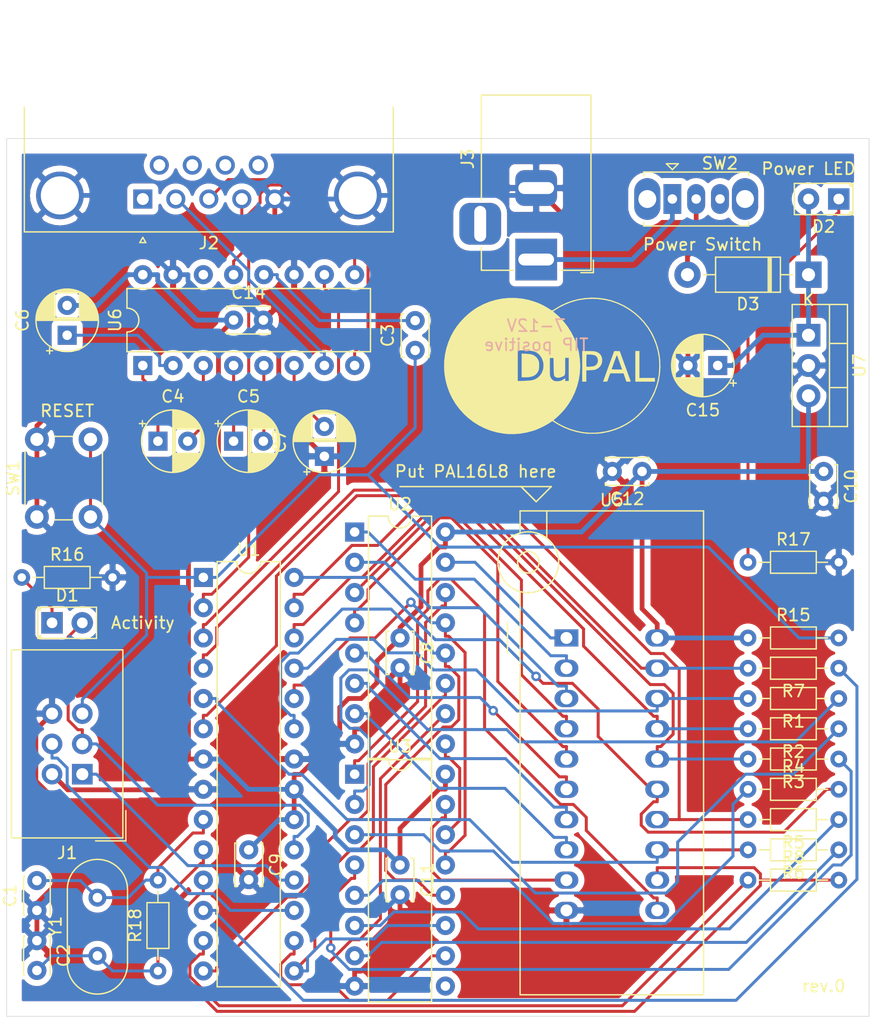
<source format=kicad_pcb>
(kicad_pcb (version 20171130) (host pcbnew "(5.1.5)-3")
  (layers (0 F.Cu signal) (31 B.Cu signal) (34 B.Paste user) (35 F.Paste user) (36 B.SilkS user) (37 F.SilkS user) (38 B.Mask user) (39 F.Mask user) (44 Edge.Cuts user))
  (net 0 "")
  (net 1 /XTAL1)
  (net 2 GND)
  (net 3 /XTAL2)
  (net 4 "Net-(C3-Pad2)")
  (net 5 /~RESET)
  (net 6 "Net-(C4-Pad2)")
  (net 7 "Net-(C4-Pad1)")
  (net 8 "Net-(C5-Pad2)")
  (net 9 "Net-(C5-Pad1)")
  (net 10 VCC)
  (net 11 "Net-(C6-Pad1)")
  (net 12 "Net-(C7-Pad2)")
  (net 13 /RECT_V12)
  (net 14 /SCK)
  (net 15 "Net-(D1-Pad1)")
  (net 16 "Net-(D2-Pad1)")
  (net 17 /SW_12V)
  (net 18 /MOSI)
  (net 19 /MISO)
  (net 20 /RS232-DTR)
  (net 21 /RS232-TX)
  (net 22 /RS232-RX)
  (net 23 +12V)
  (net 24 /PAL_IO1)
  (net 25 "Net-(R1-Pad1)")
  (net 26 /PAL_IO2)
  (net 27 "Net-(R2-Pad1)")
  (net 28 /PAL_IO3)
  (net 29 "Net-(R3-Pad1)")
  (net 30 /PAL_IO4)
  (net 31 "Net-(R4-Pad1)")
  (net 32 /PAL_IO5)
  (net 33 "Net-(R5-Pad1)")
  (net 34 /PAL_IO6)
  (net 35 "Net-(R6-Pad1)")
  (net 36 /PAL_TRIO1)
  (net 37 "Net-(R7-Pad1)")
  (net 38 /PAL_TRIO2)
  (net 39 "Net-(R8-Pad1)")
  (net 40 /SHFT_SER)
  (net 41 /~SHFT_OE)
  (net 42 /SHFT_RCLK)
  (net 43 /TTL-TX)
  (net 44 /~SHFT_RESET)
  (net 45 /TTL-RX)
  (net 46 /SHFT_CLK)
  (net 47 /PAL_I1)
  (net 48 /PAL_I8)
  (net 49 /PAL_I7)
  (net 50 /PAL_I6)
  (net 51 /PAL_I5)
  (net 52 /PAL_I4)
  (net 53 /PAL_I3)
  (net 54 "Net-(U2-Pad9)")
  (net 55 /PAL_I2)
  (net 56 /PAL_I9)
  (net 57 /PAL_I10)
  (module logo:logo (layer F.Cu) (at 74.93 101.6)
    (fp_text reference G*** hide)
    (fp_text value LOGO hide)
  )
  (module Crystal:Crystal_HC49-U_Vertical (layer F.Cu) (at 34.29 138.43 90)
    (fp_text reference Y1 (at 2.44 -3.525 90) (layer F.SilkS))
    (fp_text value 8Mhz)
    (pad 2 thru_hole circle (at 4.88 0 90) (size 1.5 1.5) (drill 0.8) (layers *.Cu *.Mask) (net 1 /XTAL1))
    (pad 1 thru_hole circle (at 0 0 90) (size 1.5 1.5) (drill 0.8) (layers *.Cu *.Mask) (net 3 /XTAL2))
  )
  (module Package_TO_SOT_THT:TO-220-3_Vertical (layer F.Cu) (at 93.98 86.36 270)
    (fp_text reference U7 (at 2.54 -4.27 90) (layer F.SilkS))
    (fp_text value L7805)
    (pad 3 thru_hole oval (at 5.08 0 270) (size 1.905 2) (drill 1.1) (layers *.Cu *.Mask) (net 10 VCC))
    (pad 2 thru_hole oval (at 2.54 0 270) (size 1.905 2) (drill 1.1) (layers *.Cu *.Mask) (net 2 GND))
    (pad 1 thru_hole rect (at 0 0 270) (size 1.905 2) (drill 1.1) (layers *.Cu *.Mask) (net 13 /RECT_V12))
  )
  (module Package_DIP:DIP-16_W7.62mm (layer F.Cu) (at 38.1 88.9 90)
    (fp_text reference U6 (at 3.81 -2.33 90) (layer F.SilkS))
    (fp_text value MAX232)
    (pad 16 thru_hole oval (at 7.62 0 90) (size 1.6 1.6) (drill 0.8) (layers *.Cu *.Mask) (net 10 VCC))
    (pad 8 thru_hole oval (at 0 17.78 90) (size 1.6 1.6) (drill 0.8) (layers *.Cu *.Mask) (net 21 /RS232-TX))
    (pad 15 thru_hole oval (at 7.62 2.54 90) (size 1.6 1.6) (drill 0.8) (layers *.Cu *.Mask) (net 2 GND))
    (pad 7 thru_hole oval (at 0 15.24 90) (size 1.6 1.6) (drill 0.8) (layers *.Cu *.Mask) (net 22 /RS232-RX))
    (pad 14 thru_hole oval (at 7.62 5.08 90) (size 1.6 1.6) (drill 0.8) (layers *.Cu *.Mask))
    (pad 6 thru_hole oval (at 0 12.7 90) (size 1.6 1.6) (drill 0.8) (layers *.Cu *.Mask) (net 12 "Net-(C7-Pad2)"))
    (pad 13 thru_hole oval (at 7.62 7.62 90) (size 1.6 1.6) (drill 0.8) (layers *.Cu *.Mask) (net 20 /RS232-DTR))
    (pad 5 thru_hole oval (at 0 10.16 90) (size 1.6 1.6) (drill 0.8) (layers *.Cu *.Mask) (net 8 "Net-(C5-Pad2)"))
    (pad 12 thru_hole oval (at 7.62 10.16 90) (size 1.6 1.6) (drill 0.8) (layers *.Cu *.Mask) (net 4 "Net-(C3-Pad2)"))
    (pad 4 thru_hole oval (at 0 7.62 90) (size 1.6 1.6) (drill 0.8) (layers *.Cu *.Mask) (net 9 "Net-(C5-Pad1)"))
    (pad 11 thru_hole oval (at 7.62 12.7 90) (size 1.6 1.6) (drill 0.8) (layers *.Cu *.Mask) (net 2 GND))
    (pad 3 thru_hole oval (at 0 5.08 90) (size 1.6 1.6) (drill 0.8) (layers *.Cu *.Mask) (net 6 "Net-(C4-Pad2)"))
    (pad 10 thru_hole oval (at 7.62 15.24 90) (size 1.6 1.6) (drill 0.8) (layers *.Cu *.Mask) (net 43 /TTL-TX))
    (pad 2 thru_hole oval (at 0 2.54 90) (size 1.6 1.6) (drill 0.8) (layers *.Cu *.Mask) (net 11 "Net-(C6-Pad1)"))
    (pad 9 thru_hole oval (at 7.62 17.78 90) (size 1.6 1.6) (drill 0.8) (layers *.Cu *.Mask) (net 45 /TTL-RX))
    (pad 1 thru_hole rect (at 0 0 90) (size 1.6 1.6) (drill 0.8) (layers *.Cu *.Mask) (net 7 "Net-(C4-Pad1)"))
  )
  (module Socket:DIP_Socket-20_W4.3_W5.08_W7.62_W10.16_W10.9_3M_220-3342-00-0602J (layer F.Cu) (at 73.66 111.76)
    (fp_text reference U5 (at 3.81 -11.56) (layer F.SilkS))
    (fp_text value PAL16L8)
    (pad 11 thru_hole oval (at 7.62 22.86) (size 2 1.44) (drill 1) (layers *.Cu *.Mask) (net 57 /PAL_I10))
    (pad 10 thru_hole oval (at 0 22.86) (size 2 1.44) (drill 1) (layers *.Cu *.Mask) (net 2 GND))
    (pad 12 thru_hole oval (at 7.62 20.32) (size 2 1.44) (drill 1) (layers *.Cu *.Mask) (net 38 /PAL_TRIO2))
    (pad 9 thru_hole oval (at 0 20.32) (size 2 1.44) (drill 1) (layers *.Cu *.Mask) (net 56 /PAL_I9))
    (pad 13 thru_hole oval (at 7.62 17.78) (size 2 1.44) (drill 1) (layers *.Cu *.Mask) (net 34 /PAL_IO6))
    (pad 8 thru_hole oval (at 0 17.78) (size 2 1.44) (drill 1) (layers *.Cu *.Mask) (net 48 /PAL_I8))
    (pad 14 thru_hole oval (at 7.62 15.24) (size 2 1.44) (drill 1) (layers *.Cu *.Mask) (net 32 /PAL_IO5))
    (pad 7 thru_hole oval (at 0 15.24) (size 2 1.44) (drill 1) (layers *.Cu *.Mask) (net 49 /PAL_I7))
    (pad 15 thru_hole oval (at 7.62 12.7) (size 2 1.44) (drill 1) (layers *.Cu *.Mask) (net 30 /PAL_IO4))
    (pad 6 thru_hole oval (at 0 12.7) (size 2 1.44) (drill 1) (layers *.Cu *.Mask) (net 50 /PAL_I6))
    (pad 16 thru_hole oval (at 7.62 10.16) (size 2 1.44) (drill 1) (layers *.Cu *.Mask) (net 28 /PAL_IO3))
    (pad 5 thru_hole oval (at 0 10.16) (size 2 1.44) (drill 1) (layers *.Cu *.Mask) (net 51 /PAL_I5))
    (pad 17 thru_hole oval (at 7.62 7.62) (size 2 1.44) (drill 1) (layers *.Cu *.Mask) (net 26 /PAL_IO2))
    (pad 4 thru_hole oval (at 0 7.62) (size 2 1.44) (drill 1) (layers *.Cu *.Mask) (net 52 /PAL_I4))
    (pad 18 thru_hole oval (at 7.62 5.08) (size 2 1.44) (drill 1) (layers *.Cu *.Mask) (net 24 /PAL_IO1))
    (pad 3 thru_hole oval (at 0 5.08) (size 2 1.44) (drill 1) (layers *.Cu *.Mask) (net 53 /PAL_I3))
    (pad 19 thru_hole oval (at 7.62 2.54) (size 2 1.44) (drill 1) (layers *.Cu *.Mask) (net 36 /PAL_TRIO1))
    (pad 2 thru_hole oval (at 0 2.54) (size 2 1.44) (drill 1) (layers *.Cu *.Mask) (net 55 /PAL_I2))
    (pad 20 thru_hole oval (at 7.62 0) (size 2 1.44) (drill 1) (layers *.Cu *.Mask) (net 10 VCC))
    (pad 1 thru_hole rect (at 0 0) (size 2 1.44) (drill 1) (layers *.Cu *.Mask) (net 47 /PAL_I1))
  )
  (module Package_DIP:DIP-16_W7.62mm (layer F.Cu) (at 55.88 123.19)
    (fp_text reference U3 (at 3.81 -2.33) (layer F.SilkS))
    (fp_text value 74HC595)
    (pad 16 thru_hole oval (at 7.62 0) (size 1.6 1.6) (drill 0.8) (layers *.Cu *.Mask) (net 10 VCC))
    (pad 8 thru_hole oval (at 0 17.78) (size 1.6 1.6) (drill 0.8) (layers *.Cu *.Mask) (net 2 GND))
    (pad 15 thru_hole oval (at 7.62 2.54) (size 1.6 1.6) (drill 0.8) (layers *.Cu *.Mask) (net 56 /PAL_I9))
    (pad 7 thru_hole oval (at 0 15.24) (size 1.6 1.6) (drill 0.8) (layers *.Cu *.Mask) (net 35 "Net-(R6-Pad1)"))
    (pad 14 thru_hole oval (at 7.62 5.08) (size 1.6 1.6) (drill 0.8) (layers *.Cu *.Mask) (net 54 "Net-(U2-Pad9)"))
    (pad 6 thru_hole oval (at 0 12.7) (size 1.6 1.6) (drill 0.8) (layers *.Cu *.Mask) (net 33 "Net-(R5-Pad1)"))
    (pad 13 thru_hole oval (at 7.62 7.62) (size 1.6 1.6) (drill 0.8) (layers *.Cu *.Mask) (net 41 /~SHFT_OE))
    (pad 5 thru_hole oval (at 0 10.16) (size 1.6 1.6) (drill 0.8) (layers *.Cu *.Mask) (net 31 "Net-(R4-Pad1)"))
    (pad 12 thru_hole oval (at 7.62 10.16) (size 1.6 1.6) (drill 0.8) (layers *.Cu *.Mask) (net 42 /SHFT_RCLK))
    (pad 4 thru_hole oval (at 0 7.62) (size 1.6 1.6) (drill 0.8) (layers *.Cu *.Mask) (net 29 "Net-(R3-Pad1)"))
    (pad 11 thru_hole oval (at 7.62 12.7) (size 1.6 1.6) (drill 0.8) (layers *.Cu *.Mask) (net 46 /SHFT_CLK))
    (pad 3 thru_hole oval (at 0 5.08) (size 1.6 1.6) (drill 0.8) (layers *.Cu *.Mask) (net 27 "Net-(R2-Pad1)"))
    (pad 10 thru_hole oval (at 7.62 15.24) (size 1.6 1.6) (drill 0.8) (layers *.Cu *.Mask) (net 44 /~SHFT_RESET))
    (pad 2 thru_hole oval (at 0 2.54) (size 1.6 1.6) (drill 0.8) (layers *.Cu *.Mask) (net 25 "Net-(R1-Pad1)"))
    (pad 9 thru_hole oval (at 7.62 17.78) (size 1.6 1.6) (drill 0.8) (layers *.Cu *.Mask))
    (pad 1 thru_hole rect (at 0 0) (size 1.6 1.6) (drill 0.8) (layers *.Cu *.Mask) (net 57 /PAL_I10))
  )
  (module Package_DIP:DIP-16_W7.62mm (layer F.Cu) (at 55.88 102.87)
    (fp_text reference U2 (at 3.81 -2.33) (layer F.SilkS))
    (fp_text value 74HC595)
    (pad 16 thru_hole oval (at 7.62 0) (size 1.6 1.6) (drill 0.8) (layers *.Cu *.Mask) (net 10 VCC))
    (pad 8 thru_hole oval (at 0 17.78) (size 1.6 1.6) (drill 0.8) (layers *.Cu *.Mask) (net 2 GND))
    (pad 15 thru_hole oval (at 7.62 2.54) (size 1.6 1.6) (drill 0.8) (layers *.Cu *.Mask) (net 47 /PAL_I1))
    (pad 7 thru_hole oval (at 0 15.24) (size 1.6 1.6) (drill 0.8) (layers *.Cu *.Mask) (net 48 /PAL_I8))
    (pad 14 thru_hole oval (at 7.62 5.08) (size 1.6 1.6) (drill 0.8) (layers *.Cu *.Mask) (net 40 /SHFT_SER))
    (pad 6 thru_hole oval (at 0 12.7) (size 1.6 1.6) (drill 0.8) (layers *.Cu *.Mask) (net 49 /PAL_I7))
    (pad 13 thru_hole oval (at 7.62 7.62) (size 1.6 1.6) (drill 0.8) (layers *.Cu *.Mask) (net 41 /~SHFT_OE))
    (pad 5 thru_hole oval (at 0 10.16) (size 1.6 1.6) (drill 0.8) (layers *.Cu *.Mask) (net 50 /PAL_I6))
    (pad 12 thru_hole oval (at 7.62 10.16) (size 1.6 1.6) (drill 0.8) (layers *.Cu *.Mask) (net 42 /SHFT_RCLK))
    (pad 4 thru_hole oval (at 0 7.62) (size 1.6 1.6) (drill 0.8) (layers *.Cu *.Mask) (net 51 /PAL_I5))
    (pad 11 thru_hole oval (at 7.62 12.7) (size 1.6 1.6) (drill 0.8) (layers *.Cu *.Mask) (net 46 /SHFT_CLK))
    (pad 3 thru_hole oval (at 0 5.08) (size 1.6 1.6) (drill 0.8) (layers *.Cu *.Mask) (net 52 /PAL_I4))
    (pad 10 thru_hole oval (at 7.62 15.24) (size 1.6 1.6) (drill 0.8) (layers *.Cu *.Mask) (net 44 /~SHFT_RESET))
    (pad 2 thru_hole oval (at 0 2.54) (size 1.6 1.6) (drill 0.8) (layers *.Cu *.Mask) (net 53 /PAL_I3))
    (pad 9 thru_hole oval (at 7.62 17.78) (size 1.6 1.6) (drill 0.8) (layers *.Cu *.Mask) (net 54 "Net-(U2-Pad9)"))
    (pad 1 thru_hole rect (at 0 0) (size 1.6 1.6) (drill 0.8) (layers *.Cu *.Mask) (net 55 /PAL_I2))
  )
  (module Package_DIP:DIP-28_W7.62mm (layer F.Cu) (at 43.18 106.68)
    (fp_text reference U1 (at 3.81 -2.33) (layer F.SilkS))
    (fp_text value ATmega8A-PU)
    (pad 28 thru_hole oval (at 7.62 0) (size 1.6 1.6) (drill 0.8) (layers *.Cu *.Mask) (net 30 /PAL_IO4))
    (pad 14 thru_hole oval (at 0 33.02) (size 1.6 1.6) (drill 0.8) (layers *.Cu *.Mask) (net 40 /SHFT_SER))
    (pad 27 thru_hole oval (at 7.62 2.54) (size 1.6 1.6) (drill 0.8) (layers *.Cu *.Mask) (net 28 /PAL_IO3))
    (pad 13 thru_hole oval (at 0 30.48) (size 1.6 1.6) (drill 0.8) (layers *.Cu *.Mask) (net 39 "Net-(R8-Pad1)"))
    (pad 26 thru_hole oval (at 7.62 5.08) (size 1.6 1.6) (drill 0.8) (layers *.Cu *.Mask) (net 26 /PAL_IO2))
    (pad 12 thru_hole oval (at 0 27.94) (size 1.6 1.6) (drill 0.8) (layers *.Cu *.Mask) (net 37 "Net-(R7-Pad1)"))
    (pad 25 thru_hole oval (at 7.62 7.62) (size 1.6 1.6) (drill 0.8) (layers *.Cu *.Mask) (net 24 /PAL_IO1))
    (pad 11 thru_hole oval (at 0 25.4) (size 1.6 1.6) (drill 0.8) (layers *.Cu *.Mask) (net 38 /PAL_TRIO2))
    (pad 24 thru_hole oval (at 7.62 10.16) (size 1.6 1.6) (drill 0.8) (layers *.Cu *.Mask) (net 41 /~SHFT_OE))
    (pad 10 thru_hole oval (at 0 22.86) (size 1.6 1.6) (drill 0.8) (layers *.Cu *.Mask) (net 3 /XTAL2))
    (pad 23 thru_hole oval (at 7.62 12.7) (size 1.6 1.6) (drill 0.8) (layers *.Cu *.Mask) (net 42 /SHFT_RCLK))
    (pad 9 thru_hole oval (at 0 20.32) (size 1.6 1.6) (drill 0.8) (layers *.Cu *.Mask) (net 1 /XTAL1))
    (pad 22 thru_hole oval (at 7.62 15.24) (size 1.6 1.6) (drill 0.8) (layers *.Cu *.Mask) (net 2 GND))
    (pad 8 thru_hole oval (at 0 17.78) (size 1.6 1.6) (drill 0.8) (layers *.Cu *.Mask) (net 2 GND))
    (pad 21 thru_hole oval (at 7.62 17.78) (size 1.6 1.6) (drill 0.8) (layers *.Cu *.Mask) (net 10 VCC))
    (pad 7 thru_hole oval (at 0 15.24) (size 1.6 1.6) (drill 0.8) (layers *.Cu *.Mask) (net 10 VCC))
    (pad 20 thru_hole oval (at 7.62 20.32) (size 1.6 1.6) (drill 0.8) (layers *.Cu *.Mask) (net 10 VCC))
    (pad 6 thru_hole oval (at 0 12.7) (size 1.6 1.6) (drill 0.8) (layers *.Cu *.Mask) (net 36 /PAL_TRIO1))
    (pad 19 thru_hole oval (at 7.62 22.86) (size 1.6 1.6) (drill 0.8) (layers *.Cu *.Mask) (net 14 /SCK))
    (pad 5 thru_hole oval (at 0 10.16) (size 1.6 1.6) (drill 0.8) (layers *.Cu *.Mask) (net 34 /PAL_IO6))
    (pad 18 thru_hole oval (at 7.62 25.4) (size 1.6 1.6) (drill 0.8) (layers *.Cu *.Mask) (net 19 /MISO))
    (pad 4 thru_hole oval (at 0 7.62) (size 1.6 1.6) (drill 0.8) (layers *.Cu *.Mask) (net 32 /PAL_IO5))
    (pad 17 thru_hole oval (at 7.62 27.94) (size 1.6 1.6) (drill 0.8) (layers *.Cu *.Mask) (net 18 /MOSI))
    (pad 3 thru_hole oval (at 0 5.08) (size 1.6 1.6) (drill 0.8) (layers *.Cu *.Mask) (net 43 /TTL-TX))
    (pad 16 thru_hole oval (at 7.62 30.48) (size 1.6 1.6) (drill 0.8) (layers *.Cu *.Mask) (net 44 /~SHFT_RESET))
    (pad 2 thru_hole oval (at 0 2.54) (size 1.6 1.6) (drill 0.8) (layers *.Cu *.Mask) (net 45 /TTL-RX))
    (pad 15 thru_hole oval (at 7.62 33.02) (size 1.6 1.6) (drill 0.8) (layers *.Cu *.Mask) (net 46 /SHFT_CLK))
    (pad 1 thru_hole rect (at 0 0) (size 1.6 1.6) (drill 0.8) (layers *.Cu *.Mask) (net 5 /~RESET))
  )
  (module Button_Switch_THT:SW_Slide_1P2T_CK_OS102011MS2Q (layer F.Cu) (at 82.55 74.93)
    (fp_text reference SW2 (at 3.99 -2.99) (layer F.SilkS))
    (fp_text value Power)
    (pad "" thru_hole oval (at 6.1 0) (size 2.2 3.5) (drill 1.5) (layers *.Cu *.Mask))
    (pad "" thru_hole oval (at -2.1 0) (size 2.2 3.5) (drill 1.5) (layers *.Cu *.Mask))
    (pad 3 thru_hole oval (at 4 0) (size 1.5 2.5) (drill 0.8) (layers *.Cu *.Mask))
    (pad 2 thru_hole oval (at 2 0) (size 1.5 2.5) (drill 0.8) (layers *.Cu *.Mask) (net 17 /SW_12V))
    (pad 1 thru_hole rect (at 0 0) (size 1.5 2.5) (drill 0.8) (layers *.Cu *.Mask) (net 23 +12V))
  )
  (module Button_Switch_THT:SW_PUSH_6mm (layer F.Cu) (at 29.21 101.6 90)
    (fp_text reference SW1 (at 3.25 -2 90) (layer F.SilkS))
    (fp_text value SW_Push)
    (pad 1 thru_hole circle (at 6.5 0 180) (size 2 2) (drill 1.1) (layers *.Cu *.Mask) (net 2 GND))
    (pad 2 thru_hole circle (at 6.5 4.5 180) (size 2 2) (drill 1.1) (layers *.Cu *.Mask) (net 5 /~RESET))
    (pad 1 thru_hole circle (at 0 0 180) (size 2 2) (drill 1.1) (layers *.Cu *.Mask) (net 2 GND))
    (pad 2 thru_hole circle (at 0 4.5 180) (size 2 2) (drill 1.1) (layers *.Cu *.Mask) (net 5 /~RESET))
  )
  (module Resistor_THT:R_Axial_DIN0204_L3.6mm_D1.6mm_P7.62mm_Horizontal (layer F.Cu) (at 39.37 139.7 90)
    (fp_text reference R18 (at 3.81 -1.92 90) (layer F.SilkS))
    (fp_text value 1M)
    (pad 2 thru_hole oval (at 7.62 0 90) (size 1.4 1.4) (drill 0.7) (layers *.Cu *.Mask) (net 1 /XTAL1))
    (pad 1 thru_hole circle (at 0 0 90) (size 1.4 1.4) (drill 0.7) (layers *.Cu *.Mask) (net 3 /XTAL2))
  )
  (module Resistor_THT:R_Axial_DIN0204_L3.6mm_D1.6mm_P7.62mm_Horizontal (layer F.Cu) (at 88.9 105.41)
    (fp_text reference R17 (at 3.81 -1.92) (layer F.SilkS))
    (fp_text value 1.2K)
    (pad 2 thru_hole oval (at 7.62 0) (size 1.4 1.4) (drill 0.7) (layers *.Cu *.Mask) (net 2 GND))
    (pad 1 thru_hole circle (at 0 0) (size 1.4 1.4) (drill 0.7) (layers *.Cu *.Mask) (net 16 "Net-(D2-Pad1)"))
  )
  (module Resistor_THT:R_Axial_DIN0204_L3.6mm_D1.6mm_P7.62mm_Horizontal (layer F.Cu) (at 27.94 106.68)
    (fp_text reference R16 (at 3.81 -1.92) (layer F.SilkS))
    (fp_text value 470)
    (pad 2 thru_hole oval (at 7.62 0) (size 1.4 1.4) (drill 0.7) (layers *.Cu *.Mask) (net 2 GND))
    (pad 1 thru_hole circle (at 0 0) (size 1.4 1.4) (drill 0.7) (layers *.Cu *.Mask) (net 15 "Net-(D1-Pad1)"))
  )
  (module Resistor_THT:R_Axial_DIN0204_L3.6mm_D1.6mm_P7.62mm_Horizontal (layer F.Cu) (at 88.9 111.76)
    (fp_text reference R15 (at 3.81 -1.92) (layer F.SilkS))
    (fp_text value 10K)
    (pad 2 thru_hole oval (at 7.62 0) (size 1.4 1.4) (drill 0.7) (layers *.Cu *.Mask) (net 5 /~RESET))
    (pad 1 thru_hole circle (at 0 0) (size 1.4 1.4) (drill 0.7) (layers *.Cu *.Mask) (net 10 VCC))
  )
  (module Resistor_THT:R_Axial_DIN0204_L3.6mm_D1.6mm_P7.62mm_Horizontal (layer F.Cu) (at 88.9 132.08)
    (fp_text reference R8 (at 3.81 -1.92) (layer F.SilkS))
    (fp_text value 10K)
    (pad 2 thru_hole oval (at 7.62 0) (size 1.4 1.4) (drill 0.7) (layers *.Cu *.Mask) (net 38 /PAL_TRIO2))
    (pad 1 thru_hole circle (at 0 0) (size 1.4 1.4) (drill 0.7) (layers *.Cu *.Mask) (net 39 "Net-(R8-Pad1)"))
  )
  (module Resistor_THT:R_Axial_DIN0204_L3.6mm_D1.6mm_P7.62mm_Horizontal (layer F.Cu) (at 96.52 114.3 180)
    (fp_text reference R7 (at 3.81 -1.92) (layer F.SilkS))
    (fp_text value 10K)
    (pad 2 thru_hole oval (at 7.62 0 180) (size 1.4 1.4) (drill 0.7) (layers *.Cu *.Mask) (net 36 /PAL_TRIO1))
    (pad 1 thru_hole circle (at 0 0 180) (size 1.4 1.4) (drill 0.7) (layers *.Cu *.Mask) (net 37 "Net-(R7-Pad1)"))
  )
  (module Resistor_THT:R_Axial_DIN0204_L3.6mm_D1.6mm_P7.62mm_Horizontal (layer F.Cu) (at 96.52 129.54 180)
    (fp_text reference R6 (at 3.81 -1.92) (layer F.SilkS))
    (fp_text value 10K)
    (pad 2 thru_hole oval (at 7.62 0 180) (size 1.4 1.4) (drill 0.7) (layers *.Cu *.Mask) (net 34 /PAL_IO6))
    (pad 1 thru_hole circle (at 0 0 180) (size 1.4 1.4) (drill 0.7) (layers *.Cu *.Mask) (net 35 "Net-(R6-Pad1)"))
  )
  (module Resistor_THT:R_Axial_DIN0204_L3.6mm_D1.6mm_P7.62mm_Horizontal (layer F.Cu) (at 96.52 127 180)
    (fp_text reference R5 (at 3.81 -1.92) (layer F.SilkS))
    (fp_text value 10K)
    (pad 2 thru_hole oval (at 7.62 0 180) (size 1.4 1.4) (drill 0.7) (layers *.Cu *.Mask) (net 32 /PAL_IO5))
    (pad 1 thru_hole circle (at 0 0 180) (size 1.4 1.4) (drill 0.7) (layers *.Cu *.Mask) (net 33 "Net-(R5-Pad1)"))
  )
  (module Resistor_THT:R_Axial_DIN0204_L3.6mm_D1.6mm_P7.62mm_Horizontal (layer F.Cu) (at 88.9 124.46)
    (fp_text reference R4 (at 3.81 -1.92) (layer F.SilkS))
    (fp_text value 10K)
    (pad 2 thru_hole oval (at 7.62 0) (size 1.4 1.4) (drill 0.7) (layers *.Cu *.Mask) (net 30 /PAL_IO4))
    (pad 1 thru_hole circle (at 0 0) (size 1.4 1.4) (drill 0.7) (layers *.Cu *.Mask) (net 31 "Net-(R4-Pad1)"))
  )
  (module Resistor_THT:R_Axial_DIN0204_L3.6mm_D1.6mm_P7.62mm_Horizontal (layer F.Cu) (at 96.52 121.92 180)
    (fp_text reference R3 (at 3.81 -1.92) (layer F.SilkS))
    (fp_text value 10K)
    (pad 2 thru_hole oval (at 7.62 0 180) (size 1.4 1.4) (drill 0.7) (layers *.Cu *.Mask) (net 28 /PAL_IO3))
    (pad 1 thru_hole circle (at 0 0 180) (size 1.4 1.4) (drill 0.7) (layers *.Cu *.Mask) (net 29 "Net-(R3-Pad1)"))
  )
  (module Resistor_THT:R_Axial_DIN0204_L3.6mm_D1.6mm_P7.62mm_Horizontal (layer F.Cu) (at 96.52 119.38 180)
    (fp_text reference R2 (at 3.81 -1.92) (layer F.SilkS))
    (fp_text value 10K)
    (pad 2 thru_hole oval (at 7.62 0 180) (size 1.4 1.4) (drill 0.7) (layers *.Cu *.Mask) (net 26 /PAL_IO2))
    (pad 1 thru_hole circle (at 0 0 180) (size 1.4 1.4) (drill 0.7) (layers *.Cu *.Mask) (net 27 "Net-(R2-Pad1)"))
  )
  (module Resistor_THT:R_Axial_DIN0204_L3.6mm_D1.6mm_P7.62mm_Horizontal (layer F.Cu) (at 96.52 116.84 180)
    (fp_text reference R1 (at 3.81 -1.92) (layer F.SilkS))
    (fp_text value 10K)
    (pad 2 thru_hole oval (at 7.62 0 180) (size 1.4 1.4) (drill 0.7) (layers *.Cu *.Mask) (net 24 /PAL_IO1))
    (pad 1 thru_hole circle (at 0 0 180) (size 1.4 1.4) (drill 0.7) (layers *.Cu *.Mask) (net 25 "Net-(R1-Pad1)"))
  )
  (module Connector_BarrelJack:BarrelJack_Horizontal (layer F.Cu) (at 71.12 80.01 270)
    (fp_text reference J3 (at -8.45 5.75 90) (layer F.SilkS))
    (fp_text value "Power IN")
    (pad 3 thru_hole roundrect (at -3 4.7 270) (size 3.5 3.5) (drill oval 3 1) (layers *.Cu *.Mask))
    (pad 2 thru_hole roundrect (at -6 0 270) (size 3 3.5) (drill oval 1 3) (layers *.Cu *.Mask) (net 2 GND))
    (pad 1 thru_hole rect (at 0 0 270) (size 3.5 3.5) (drill oval 1 3) (layers *.Cu *.Mask) (net 23 +12V))
  )
  (module Connector_Dsub:DSUB-9_Female_Horizontal_P2.77x2.84mm_EdgePinOffset4.94mm_Housed_MountingHolesOffset7.48mm (layer F.Cu) (at 38.1 74.93 180)
    (fp_text reference J2 (at -5.54 -3.7) (layer F.SilkS))
    (fp_text value RS232)
    (pad 0 thru_hole circle (at 6.96 0.3 180) (size 4 4) (drill 3.2) (layers *.Cu *.Mask) (net 2 GND))
    (pad 0 thru_hole circle (at -18.04 0.3 180) (size 4 4) (drill 3.2) (layers *.Cu *.Mask) (net 2 GND))
    (pad 9 thru_hole circle (at -9.695 2.84 180) (size 1.6 1.6) (drill 1) (layers *.Cu *.Mask))
    (pad 8 thru_hole circle (at -6.925 2.84 180) (size 1.6 1.6) (drill 1) (layers *.Cu *.Mask))
    (pad 7 thru_hole circle (at -4.155 2.84 180) (size 1.6 1.6) (drill 1) (layers *.Cu *.Mask))
    (pad 6 thru_hole circle (at -1.385 2.84 180) (size 1.6 1.6) (drill 1) (layers *.Cu *.Mask))
    (pad 5 thru_hole circle (at -11.08 0 180) (size 1.6 1.6) (drill 1) (layers *.Cu *.Mask) (net 2 GND))
    (pad 4 thru_hole circle (at -8.31 0 180) (size 1.6 1.6) (drill 1) (layers *.Cu *.Mask) (net 20 /RS232-DTR))
    (pad 3 thru_hole circle (at -5.54 0 180) (size 1.6 1.6) (drill 1) (layers *.Cu *.Mask) (net 21 /RS232-TX))
    (pad 2 thru_hole circle (at -2.77 0 180) (size 1.6 1.6) (drill 1) (layers *.Cu *.Mask) (net 22 /RS232-RX))
    (pad 1 thru_hole rect (at 0 0 180) (size 1.6 1.6) (drill 1) (layers *.Cu *.Mask))
  )
  (module Connector_IDC:IDC-Header_2x03_P2.54mm_Vertical (layer F.Cu) (at 33.02 123.19 180)
    (fp_text reference J1 (at 1.27 -6.604) (layer F.SilkS))
    (fp_text value AVR-ISP-6)
    (pad 6 thru_hole oval (at 2.54 5.08 180) (size 1.7272 1.7272) (drill 1.016) (layers *.Cu *.Mask) (net 2 GND))
    (pad 5 thru_hole oval (at 0 5.08 180) (size 1.7272 1.7272) (drill 1.016) (layers *.Cu *.Mask) (net 5 /~RESET))
    (pad 4 thru_hole oval (at 2.54 2.54 180) (size 1.7272 1.7272) (drill 1.016) (layers *.Cu *.Mask) (net 18 /MOSI))
    (pad 3 thru_hole oval (at 0 2.54 180) (size 1.7272 1.7272) (drill 1.016) (layers *.Cu *.Mask) (net 14 /SCK))
    (pad 2 thru_hole oval (at 2.54 0 180) (size 1.7272 1.7272) (drill 1.016) (layers *.Cu *.Mask) (net 10 VCC))
    (pad 1 thru_hole rect (at 0 0 180) (size 1.7272 1.7272) (drill 1.016) (layers *.Cu *.Mask) (net 19 /MISO))
  )
  (module Diode_THT:D_DO-41_SOD81_P10.16mm_Horizontal (layer F.Cu) (at 93.98 81.28 180)
    (fp_text reference D3 (at 5.08 -2.47) (layer F.SilkS))
    (fp_text value 1N4001)
    (fp_text user K (at 0 -2.1) (layer F.SilkS))
    (pad 2 thru_hole oval (at 10.16 0 180) (size 2.2 2.2) (drill 1.1) (layers *.Cu *.Mask) (net 17 /SW_12V))
    (pad 1 thru_hole rect (at 0 0 180) (size 2.2 2.2) (drill 1.1) (layers *.Cu *.Mask) (net 13 /RECT_V12))
  )
  (module LED_THT:LED_D2.0mm_W4.8mm_H2.5mm_FlatTop (layer F.Cu) (at 96.52 74.93 180)
    (fp_text reference D2 (at 1.27 -2.31) (layer F.SilkS))
    (fp_text value POWER_LED)
    (pad 2 thru_hole circle (at 2.54 0 180) (size 1.8 1.8) (drill 0.9) (layers *.Cu *.Mask) (net 13 /RECT_V12))
    (pad 1 thru_hole rect (at 0 0 180) (size 1.8 1.8) (drill 0.9) (layers *.Cu *.Mask) (net 16 "Net-(D2-Pad1)"))
  )
  (module LED_THT:LED_D2.0mm_W4.8mm_H2.5mm_FlatTop (layer F.Cu) (at 30.48 110.49)
    (fp_text reference D1 (at 1.27 -2.31) (layer F.SilkS))
    (fp_text value DATA_LED)
    (pad 2 thru_hole circle (at 2.54 0) (size 1.8 1.8) (drill 0.9) (layers *.Cu *.Mask) (net 14 /SCK))
    (pad 1 thru_hole rect (at 0 0) (size 1.8 1.8) (drill 0.9) (layers *.Cu *.Mask) (net 15 "Net-(D1-Pad1)"))
  )
  (module Capacitor_THT:CP_Radial_D5.0mm_P2.50mm (layer F.Cu) (at 86.36 88.9 180)
    (fp_text reference C15 (at 1.25 -3.75) (layer F.SilkS))
    (fp_text value 0.22uF)
    (pad 2 thru_hole circle (at 2.5 0 180) (size 1.6 1.6) (drill 0.8) (layers *.Cu *.Mask) (net 2 GND))
    (pad 1 thru_hole rect (at 0 0 180) (size 1.6 1.6) (drill 0.8) (layers *.Cu *.Mask) (net 13 /RECT_V12))
  )
  (module Capacitor_THT:C_Disc_D3.4mm_W2.1mm_P2.50mm (layer F.Cu) (at 45.72 85.09)
    (fp_text reference C14 (at 1.25 -2.3) (layer F.SilkS))
    (fp_text value 100nF)
    (pad 2 thru_hole circle (at 2.5 0) (size 1.6 1.6) (drill 0.8) (layers *.Cu *.Mask) (net 2 GND))
    (pad 1 thru_hole circle (at 0 0) (size 1.6 1.6) (drill 0.8) (layers *.Cu *.Mask) (net 10 VCC))
  )
  (module Capacitor_THT:C_Disc_D3.4mm_W2.1mm_P2.50mm (layer F.Cu) (at 80.01 97.79 180)
    (fp_text reference C12 (at 1.25 -2.3) (layer F.SilkS))
    (fp_text value 100nF)
    (pad 2 thru_hole circle (at 2.5 0 180) (size 1.6 1.6) (drill 0.8) (layers *.Cu *.Mask) (net 2 GND))
    (pad 1 thru_hole circle (at 0 0 180) (size 1.6 1.6) (drill 0.8) (layers *.Cu *.Mask) (net 10 VCC))
  )
  (module Capacitor_THT:C_Disc_D3.4mm_W2.1mm_P2.50mm (layer F.Cu) (at 59.69 130.81 270)
    (fp_text reference C11 (at 1.25 -2.3 90) (layer F.SilkS))
    (fp_text value 100nF)
    (pad 2 thru_hole circle (at 2.5 0 270) (size 1.6 1.6) (drill 0.8) (layers *.Cu *.Mask) (net 2 GND))
    (pad 1 thru_hole circle (at 0 0 270) (size 1.6 1.6) (drill 0.8) (layers *.Cu *.Mask) (net 10 VCC))
  )
  (module Capacitor_THT:C_Disc_D3.4mm_W2.1mm_P2.50mm (layer F.Cu) (at 95.25 97.79 270)
    (fp_text reference C10 (at 1.25 -2.3 90) (layer F.SilkS))
    (fp_text value 100nF)
    (pad 2 thru_hole circle (at 2.5 0 270) (size 1.6 1.6) (drill 0.8) (layers *.Cu *.Mask) (net 2 GND))
    (pad 1 thru_hole circle (at 0 0 270) (size 1.6 1.6) (drill 0.8) (layers *.Cu *.Mask) (net 10 VCC))
  )
  (module Capacitor_THT:C_Disc_D3.4mm_W2.1mm_P2.50mm (layer F.Cu) (at 46.99 129.54 270)
    (fp_text reference C9 (at 1.25 -2.3 90) (layer F.SilkS))
    (fp_text value 100nF)
    (pad 2 thru_hole circle (at 2.5 0 270) (size 1.6 1.6) (drill 0.8) (layers *.Cu *.Mask) (net 2 GND))
    (pad 1 thru_hole circle (at 0 0 270) (size 1.6 1.6) (drill 0.8) (layers *.Cu *.Mask) (net 10 VCC))
  )
  (module Capacitor_THT:C_Disc_D3.4mm_W2.1mm_P2.50mm (layer F.Cu) (at 59.69 111.76 270)
    (fp_text reference C8 (at 1.25 -2.3 90) (layer F.SilkS))
    (fp_text value 100nF)
    (pad 2 thru_hole circle (at 2.5 0 270) (size 1.6 1.6) (drill 0.8) (layers *.Cu *.Mask) (net 2 GND))
    (pad 1 thru_hole circle (at 0 0 270) (size 1.6 1.6) (drill 0.8) (layers *.Cu *.Mask) (net 10 VCC))
  )
  (module Capacitor_THT:CP_Radial_D5.0mm_P2.50mm (layer F.Cu) (at 53.34 96.52 90)
    (fp_text reference C7 (at 1.25 -3.75 90) (layer F.SilkS))
    (fp_text value 1.0uF)
    (pad 2 thru_hole circle (at 2.5 0 90) (size 1.6 1.6) (drill 0.8) (layers *.Cu *.Mask) (net 12 "Net-(C7-Pad2)"))
    (pad 1 thru_hole rect (at 0 0 90) (size 1.6 1.6) (drill 0.8) (layers *.Cu *.Mask) (net 2 GND))
  )
  (module Capacitor_THT:CP_Radial_D5.0mm_P2.50mm (layer F.Cu) (at 31.75 86.36 90)
    (fp_text reference C6 (at 1.25 -3.75 90) (layer F.SilkS))
    (fp_text value 1.0uF)
    (pad 2 thru_hole circle (at 2.5 0 90) (size 1.6 1.6) (drill 0.8) (layers *.Cu *.Mask) (net 10 VCC))
    (pad 1 thru_hole rect (at 0 0 90) (size 1.6 1.6) (drill 0.8) (layers *.Cu *.Mask) (net 11 "Net-(C6-Pad1)"))
  )
  (module Capacitor_THT:CP_Radial_D5.0mm_P2.50mm (layer F.Cu) (at 45.72 95.25)
    (fp_text reference C5 (at 1.25 -3.75) (layer F.SilkS))
    (fp_text value 1.0uF)
    (pad 2 thru_hole circle (at 2.5 0) (size 1.6 1.6) (drill 0.8) (layers *.Cu *.Mask) (net 8 "Net-(C5-Pad2)"))
    (pad 1 thru_hole rect (at 0 0) (size 1.6 1.6) (drill 0.8) (layers *.Cu *.Mask) (net 9 "Net-(C5-Pad1)"))
  )
  (module Capacitor_THT:CP_Radial_D5.0mm_P2.50mm (layer F.Cu) (at 39.37 95.25)
    (fp_text reference C4 (at 1.25 -3.75) (layer F.SilkS))
    (fp_text value 1.0uF)
    (pad 2 thru_hole circle (at 2.5 0) (size 1.6 1.6) (drill 0.8) (layers *.Cu *.Mask) (net 6 "Net-(C4-Pad2)"))
    (pad 1 thru_hole rect (at 0 0) (size 1.6 1.6) (drill 0.8) (layers *.Cu *.Mask) (net 7 "Net-(C4-Pad1)"))
  )
  (module Capacitor_THT:C_Disc_D3.4mm_W2.1mm_P2.50mm (layer F.Cu) (at 60.96 87.63 90)
    (fp_text reference C3 (at 1.25 -2.3 90) (layer F.SilkS))
    (fp_text value 100nF)
    (pad 2 thru_hole circle (at 2.5 0 90) (size 1.6 1.6) (drill 0.8) (layers *.Cu *.Mask) (net 4 "Net-(C3-Pad2)"))
    (pad 1 thru_hole circle (at 0 0 90) (size 1.6 1.6) (drill 0.8) (layers *.Cu *.Mask) (net 5 /~RESET))
  )
  (module Capacitor_THT:C_Disc_D3.0mm_W2.0mm_P2.50mm (layer F.Cu) (at 29.21 137.16 270)
    (fp_text reference C2 (at 1.25 -2.25 90) (layer F.SilkS))
    (fp_text value 22pF)
    (pad 2 thru_hole circle (at 2.5 0 270) (size 1.6 1.6) (drill 0.8) (layers *.Cu *.Mask) (net 3 /XTAL2))
    (pad 1 thru_hole circle (at 0 0 270) (size 1.6 1.6) (drill 0.8) (layers *.Cu *.Mask) (net 2 GND))
  )
  (module Capacitor_THT:C_Disc_D3.0mm_W2.0mm_P2.50mm (layer F.Cu) (at 29.21 134.62 90)
    (fp_text reference C1 (at 1.25 -2.25 90) (layer F.SilkS))
    (fp_text value 22pF)
    (pad 2 thru_hole circle (at 2.5 0 90) (size 1.6 1.6) (drill 0.8) (layers *.Cu *.Mask) (net 1 /XTAL1))
    (pad 1 thru_hole circle (at 0 0 90) (size 1.6 1.6) (drill 0.8) (layers *.Cu *.Mask) (net 2 GND))
  )
  (gr_text rev.0 (at 95.25 140.97) (layer F.SilkS) (effects (font (size 1 1))))
  (gr_text "Power LED" (at 93.98 72.39) (layer F.SilkS) (effects (font (size 1 1))))
  (gr_text Activity (at 38.1 110.49) (layer F.SilkS) (effects (font (size 1 1))))
  (gr_text RESET (at 31.75 92.71) (layer F.SilkS) (effects (font (size 1 1))))
  (gr_text "7-12V\nTIP positive" (at 71.12 86.36) (layer B.SilkS) (effects (font (size 1 1)) (justify mirror)))
  (gr_text "Power Switch" (at 85.09 78.74) (layer F.SilkS) (effects (font (size 1 1))))
  (gr_line (start 72.39 99.06) (end 71.12 100.33) (layer F.SilkS) (width 0.12))
  (gr_line (start 69.85 99.06) (end 71.12 100.33) (layer F.SilkS) (width 0.12))
  (gr_line (start 71.12 100.33) (end 69.85 99.06) (layer F.SilkS) (width 0.12))
  (gr_line (start 59.69 99.06) (end 72.39 99.06) (layer F.SilkS) (width 0.12))
  (gr_text "Put PAL16L8 here" (at 66.04 97.79) (layer F.SilkS) (effects (font (size 1 1))))
  (gr_line (start 99.06 69.85) (end 26.67 69.85) (layer Edge.Cuts) (width 0.05))
  (gr_line (start 99.06 143.51) (end 99.06 69.85) (layer Edge.Cuts) (width 0.05))
  (gr_line (start 26.67 143.51) (end 99.06 143.51) (layer Edge.Cuts) (width 0.05))
  (gr_line (start 26.67 69.85) (end 26.67 143.51) (layer Edge.Cuts) (width 0.05))
  (segment (start 39.37 132.08) (end 39.37 131.0547) (width 0.25) (layer F.Cu) (net 1))
  (segment (start 43.18 127) (end 43.18 128.1253) (width 0.25) (layer F.Cu) (net 1))
  (segment (start 43.18 128.1253) (end 42.2994 128.1253) (width 0.25) (layer F.Cu) (net 1))
  (segment (start 42.2994 128.1253) (end 39.37 131.0547) (width 0.25) (layer F.Cu) (net 1))
  (segment (start 39.37 132.08) (end 38.3447 132.08) (width 0.25) (layer B.Cu) (net 1))
  (segment (start 38.3447 132.08) (end 36.8747 133.55) (width 0.25) (layer B.Cu) (net 1))
  (segment (start 36.8747 133.55) (end 34.29 133.55) (width 0.25) (layer B.Cu) (net 1))
  (segment (start 29.21 132.12) (end 32.86 132.12) (width 0.25) (layer B.Cu) (net 1))
  (segment (start 32.86 132.12) (end 34.29 133.55) (width 0.25) (layer B.Cu) (net 1))
  (segment (start 56.14 74.63) (end 70.5 74.63) (width 0.4) (layer B.Cu) (net 2))
  (segment (start 70.5 74.63) (end 71.12 74.01) (width 0.4) (layer B.Cu) (net 2))
  (segment (start 49.18 74.93) (end 55.84 74.93) (width 0.4) (layer B.Cu) (net 2))
  (segment (start 55.84 74.93) (end 56.14 74.63) (width 0.4) (layer B.Cu) (net 2))
  (segment (start 46.99 132.04) (end 48.3 133.35) (width 0.4) (layer B.Cu) (net 2))
  (segment (start 48.3 133.35) (end 52.3606 133.35) (width 0.4) (layer B.Cu) (net 2))
  (segment (start 52.3606 133.35) (end 53.6306 134.62) (width 0.4) (layer B.Cu) (net 2))
  (segment (start 53.6306 134.62) (end 58.38 134.62) (width 0.4) (layer B.Cu) (net 2))
  (segment (start 58.38 134.62) (end 59.69 133.31) (width 0.4) (layer B.Cu) (net 2))
  (segment (start 95.25 100.29) (end 96.52 101.56) (width 0.4) (layer B.Cu) (net 2))
  (segment (start 96.52 101.56) (end 96.52 105.41) (width 0.4) (layer B.Cu) (net 2))
  (segment (start 93.7379 89.1421) (end 96.5129 91.9171) (width 0.4) (layer B.Cu) (net 2))
  (segment (start 96.5129 91.9171) (end 96.5129 99.0271) (width 0.4) (layer B.Cu) (net 2))
  (segment (start 96.5129 99.0271) (end 95.25 100.29) (width 0.4) (layer B.Cu) (net 2))
  (segment (start 59.69 134.62) (end 59.69 136.4278) (width 0.4) (layer F.Cu) (net 2))
  (segment (start 59.69 136.4278) (end 56.3981 139.7197) (width 0.4) (layer F.Cu) (net 2))
  (segment (start 56.3981 139.7197) (end 55.88 139.7197) (width 0.4) (layer F.Cu) (net 2))
  (segment (start 59.69 133.31) (end 59.69 134.62) (width 0.4) (layer F.Cu) (net 2))
  (segment (start 73.66 134.62) (end 59.69 134.62) (width 0.4) (layer F.Cu) (net 2))
  (segment (start 55.88 140.97) (end 55.88 139.7197) (width 0.4) (layer F.Cu) (net 2))
  (segment (start 45.7386 124.46) (end 43.18 124.46) (width 0.4) (layer F.Cu) (net 2))
  (segment (start 34.301 128.9332) (end 37.8901 125.3441) (width 0.4) (layer F.Cu) (net 2))
  (segment (start 37.8901 125.3441) (end 41.0456 125.3441) (width 0.4) (layer F.Cu) (net 2))
  (segment (start 41.0456 125.3441) (end 41.9297 124.46) (width 0.4) (layer F.Cu) (net 2))
  (segment (start 29.21 134.62) (end 29.21 134.0242) (width 0.4) (layer F.Cu) (net 2))
  (segment (start 29.21 134.0242) (end 34.301 128.9332) (width 0.4) (layer F.Cu) (net 2))
  (segment (start 34.301 128.9332) (end 29.119 123.7513) (width 0.4) (layer F.Cu) (net 2))
  (segment (start 29.119 123.7513) (end 29.119 119.471) (width 0.4) (layer F.Cu) (net 2))
  (segment (start 29.119 119.471) (end 30.48 118.11) (width 0.4) (layer F.Cu) (net 2))
  (segment (start 43.18 124.46) (end 41.9297 124.46) (width 0.4) (layer F.Cu) (net 2))
  (segment (start 49.5497 121.92) (end 47.0097 124.46) (width 0.4) (layer F.Cu) (net 2))
  (segment (start 47.0097 124.46) (end 45.7386 124.46) (width 0.4) (layer F.Cu) (net 2))
  (segment (start 46.99 132.04) (end 45.7386 130.7886) (width 0.4) (layer F.Cu) (net 2))
  (segment (start 45.7386 130.7886) (end 45.7386 124.46) (width 0.4) (layer F.Cu) (net 2))
  (segment (start 29.21 137.16) (end 29.21 134.62) (width 0.4) (layer F.Cu) (net 2))
  (segment (start 93.7379 89.1421) (end 93.98 88.9) (width 0.4) (layer B.Cu) (net 2))
  (segment (start 83.86 88.9) (end 85.1209 90.1609) (width 0.4) (layer B.Cu) (net 2))
  (segment (start 85.1209 90.1609) (end 92.7191 90.1609) (width 0.4) (layer B.Cu) (net 2))
  (segment (start 92.7191 90.1609) (end 93.7379 89.1421) (width 0.4) (layer B.Cu) (net 2))
  (segment (start 71.12 74.01) (end 83.86 86.75) (width 0.4) (layer F.Cu) (net 2))
  (segment (start 83.86 86.75) (end 83.86 88.9) (width 0.4) (layer F.Cu) (net 2))
  (segment (start 34.4488 106.68) (end 35.56 106.68) (width 0.4) (layer B.Cu) (net 2))
  (segment (start 29.21 101.6) (end 34.29 106.68) (width 0.4) (layer B.Cu) (net 2))
  (segment (start 34.29 106.68) (end 34.4488 106.68) (width 0.4) (layer B.Cu) (net 2))
  (segment (start 34.4488 106.68) (end 34.4488 112.8273) (width 0.4) (layer B.Cu) (net 2))
  (segment (start 34.4488 112.8273) (end 30.48 116.7961) (width 0.4) (layer B.Cu) (net 2))
  (segment (start 30.48 118.11) (end 30.48 116.7961) (width 0.4) (layer B.Cu) (net 2))
  (segment (start 29.21 95.1) (end 29.21 93.9603) (width 0.4) (layer F.Cu) (net 2))
  (segment (start 29.21 93.9603) (end 40.64 82.5303) (width 0.4) (layer F.Cu) (net 2))
  (segment (start 29.21 101.6) (end 29.21 95.1) (width 0.4) (layer F.Cu) (net 2))
  (segment (start 40.64 81.28) (end 40.64 82.5303) (width 0.4) (layer F.Cu) (net 2))
  (segment (start 50.8 121.92) (end 49.5497 121.92) (width 0.4) (layer F.Cu) (net 2))
  (segment (start 59.69 114.26) (end 59.69 116.1078) (width 0.4) (layer F.Cu) (net 2))
  (segment (start 59.69 116.1078) (end 56.3981 119.3997) (width 0.4) (layer F.Cu) (net 2))
  (segment (start 56.3981 119.3997) (end 55.88 119.3997) (width 0.4) (layer F.Cu) (net 2))
  (segment (start 40.64 81.28) (end 41.8903 81.28) (width 0.4) (layer B.Cu) (net 2))
  (segment (start 48.22 85.09) (end 46.5876 83.4576) (width 0.4) (layer B.Cu) (net 2))
  (segment (start 46.5876 83.4576) (end 43.5498 83.4576) (width 0.4) (layer B.Cu) (net 2))
  (segment (start 43.5498 83.4576) (end 41.8903 81.7981) (width 0.4) (layer B.Cu) (net 2))
  (segment (start 41.8903 81.7981) (end 41.8903 81.28) (width 0.4) (layer B.Cu) (net 2))
  (segment (start 55.88 120.65) (end 54.6297 120.65) (width 0.4) (layer B.Cu) (net 2))
  (segment (start 50.8 121.92) (end 53.3597 121.92) (width 0.4) (layer B.Cu) (net 2))
  (segment (start 53.3597 121.92) (end 54.6297 120.65) (width 0.4) (layer B.Cu) (net 2))
  (segment (start 31.14 74.63) (end 33.99 74.63) (width 0.4) (layer B.Cu) (net 2))
  (segment (start 33.99 74.63) (end 40.64 81.28) (width 0.4) (layer B.Cu) (net 2))
  (segment (start 50.8 81.28) (end 50.8 80.0297) (width 0.4) (layer F.Cu) (net 2))
  (segment (start 49.18 74.93) (end 49.18 78.4097) (width 0.4) (layer F.Cu) (net 2))
  (segment (start 49.18 78.4097) (end 50.8 80.0297) (width 0.4) (layer F.Cu) (net 2))
  (segment (start 53.34 96.52) (end 49.5104 92.6904) (width 0.4) (layer F.Cu) (net 2))
  (segment (start 49.5104 92.6904) (end 49.5104 86.3804) (width 0.4) (layer F.Cu) (net 2))
  (segment (start 49.5104 86.3804) (end 48.22 85.09) (width 0.4) (layer F.Cu) (net 2))
  (segment (start 50.8 81.28) (end 50.8 82.5303) (width 0.4) (layer F.Cu) (net 2))
  (segment (start 48.22 85.09) (end 50.7797 82.5303) (width 0.4) (layer F.Cu) (net 2))
  (segment (start 50.7797 82.5303) (end 50.8 82.5303) (width 0.4) (layer F.Cu) (net 2))
  (segment (start 77.51 97.79) (end 83.86 91.44) (width 0.4) (layer F.Cu) (net 2))
  (segment (start 83.86 91.44) (end 83.86 88.9) (width 0.4) (layer F.Cu) (net 2))
  (segment (start 55.88 120.65) (end 55.88 119.3997) (width 0.4) (layer F.Cu) (net 2))
  (segment (start 43.18 129.54) (end 43.18 130.6653) (width 0.25) (layer F.Cu) (net 3))
  (segment (start 39.37 139.7) (end 39.37 134.2697) (width 0.25) (layer F.Cu) (net 3))
  (segment (start 39.37 134.2697) (end 42.9744 130.6653) (width 0.25) (layer F.Cu) (net 3))
  (segment (start 42.9744 130.6653) (end 43.18 130.6653) (width 0.25) (layer F.Cu) (net 3))
  (segment (start 39.37 139.7) (end 35.56 139.7) (width 0.25) (layer B.Cu) (net 3))
  (segment (start 35.56 139.7) (end 34.29 138.43) (width 0.25) (layer B.Cu) (net 3))
  (segment (start 29.21 139.66) (end 30.44 138.43) (width 0.25) (layer B.Cu) (net 3))
  (segment (start 30.44 138.43) (end 34.29 138.43) (width 0.25) (layer B.Cu) (net 3))
  (segment (start 48.26 81.28) (end 49.3853 81.28) (width 0.25) (layer B.Cu) (net 4))
  (segment (start 60.96 85.13) (end 52.954 85.13) (width 0.25) (layer B.Cu) (net 4))
  (segment (start 52.954 85.13) (end 49.3853 81.5613) (width 0.25) (layer B.Cu) (net 4))
  (segment (start 49.3853 81.5613) (end 49.3853 81.28) (width 0.25) (layer B.Cu) (net 4))
  (segment (start 43.18 106.68) (end 44.3053 106.68) (width 0.25) (layer B.Cu) (net 5))
  (segment (start 57.0054 98.0769) (end 52.9084 98.0769) (width 0.25) (layer B.Cu) (net 5))
  (segment (start 52.9084 98.0769) (end 44.3053 106.68) (width 0.25) (layer B.Cu) (net 5))
  (segment (start 60.96 87.63) (end 60.96 94.1223) (width 0.25) (layer B.Cu) (net 5))
  (segment (start 60.96 94.1223) (end 57.0054 98.0769) (width 0.25) (layer B.Cu) (net 5))
  (segment (start 57.0054 98.0769) (end 63.0668 104.1383) (width 0.25) (layer B.Cu) (net 5))
  (segment (start 63.0668 104.1383) (end 85.5641 104.1383) (width 0.25) (layer B.Cu) (net 5))
  (segment (start 85.5641 104.1383) (end 93.1858 111.76) (width 0.25) (layer B.Cu) (net 5))
  (segment (start 93.1858 111.76) (end 96.52 111.76) (width 0.25) (layer B.Cu) (net 5))
  (segment (start 33.02 118.11) (end 33.02 116.9211) (width 0.25) (layer B.Cu) (net 5))
  (segment (start 38.42 106.68) (end 38.42 106.31) (width 0.25) (layer B.Cu) (net 5))
  (segment (start 38.42 106.31) (end 33.71 101.6) (width 0.25) (layer B.Cu) (net 5))
  (segment (start 33.02 116.9211) (end 38.42 111.5211) (width 0.25) (layer B.Cu) (net 5))
  (segment (start 38.42 111.5211) (end 38.42 106.68) (width 0.25) (layer B.Cu) (net 5))
  (segment (start 43.18 106.68) (end 38.42 106.68) (width 0.25) (layer B.Cu) (net 5))
  (segment (start 33.71 101.6) (end 33.71 95.1) (width 0.25) (layer F.Cu) (net 5))
  (segment (start 41.87 95.25) (end 43.18 93.94) (width 0.25) (layer F.Cu) (net 6))
  (segment (start 43.18 93.94) (end 43.18 88.9) (width 0.25) (layer F.Cu) (net 6))
  (segment (start 38.1 88.9) (end 38.1 90.0253) (width 0.25) (layer F.Cu) (net 7))
  (segment (start 39.37 95.25) (end 39.37 91.2953) (width 0.25) (layer F.Cu) (net 7))
  (segment (start 39.37 91.2953) (end 38.1 90.0253) (width 0.25) (layer F.Cu) (net 7))
  (segment (start 48.22 95.25) (end 48.26 95.21) (width 0.25) (layer F.Cu) (net 8))
  (segment (start 48.26 95.21) (end 48.26 88.9) (width 0.25) (layer F.Cu) (net 8))
  (segment (start 45.72 95.25) (end 45.72 88.9) (width 0.25) (layer F.Cu) (net 9))
  (segment (start 63.5 123.19) (end 63.5 124.4403) (width 0.4) (layer F.Cu) (net 10))
  (segment (start 59.69 130.81) (end 59.69 127.7322) (width 0.4) (layer F.Cu) (net 10))
  (segment (start 59.69 127.7322) (end 62.9819 124.4403) (width 0.4) (layer F.Cu) (net 10))
  (segment (start 62.9819 124.4403) (end 63.5 124.4403) (width 0.4) (layer F.Cu) (net 10))
  (segment (start 93.98 97.79) (end 95.25 97.79) (width 0.4) (layer B.Cu) (net 10))
  (segment (start 80.01 97.79) (end 93.98 97.79) (width 0.4) (layer B.Cu) (net 10))
  (segment (start 93.98 97.79) (end 93.98 91.44) (width 0.4) (layer B.Cu) (net 10))
  (segment (start 63.5 102.87) (end 74.93 102.87) (width 0.4) (layer B.Cu) (net 10))
  (segment (start 74.93 102.87) (end 80.01 97.79) (width 0.4) (layer B.Cu) (net 10))
  (segment (start 59.69 111.76) (end 59.69 110.8841) (width 0.4) (layer F.Cu) (net 10))
  (segment (start 59.69 110.8841) (end 61.4523 109.1218) (width 0.4) (layer F.Cu) (net 10))
  (segment (start 61.4523 109.1218) (end 61.4523 105.6499) (width 0.4) (layer F.Cu) (net 10))
  (segment (start 61.4523 105.6499) (end 62.9819 104.1203) (width 0.4) (layer F.Cu) (net 10))
  (segment (start 62.9819 104.1203) (end 63.5 104.1203) (width 0.4) (layer F.Cu) (net 10))
  (segment (start 63.5 102.87) (end 63.5 104.1203) (width 0.4) (layer F.Cu) (net 10))
  (segment (start 50.8 123.2097) (end 51.3181 123.2097) (width 0.4) (layer F.Cu) (net 10))
  (segment (start 51.3181 123.2097) (end 54.6296 119.8982) (width 0.4) (layer F.Cu) (net 10))
  (segment (start 54.6296 119.8982) (end 54.6296 117.5812) (width 0.4) (layer F.Cu) (net 10))
  (segment (start 54.6296 117.5812) (end 55.3708 116.84) (width 0.4) (layer F.Cu) (net 10))
  (segment (start 55.3708 116.84) (end 56.4325 116.84) (width 0.4) (layer F.Cu) (net 10))
  (segment (start 56.4325 116.84) (end 57.75 115.5225) (width 0.4) (layer F.Cu) (net 10))
  (segment (start 57.75 115.5225) (end 57.75 113.7) (width 0.4) (layer F.Cu) (net 10))
  (segment (start 57.75 113.7) (end 59.69 111.76) (width 0.4) (layer F.Cu) (net 10))
  (segment (start 50.8 124.46) (end 54.2501 127.9101) (width 0.4) (layer B.Cu) (net 10))
  (segment (start 54.2501 127.9101) (end 54.2501 128.4726) (width 0.4) (layer B.Cu) (net 10))
  (segment (start 54.2501 128.4726) (end 55.3175 129.54) (width 0.4) (layer B.Cu) (net 10))
  (segment (start 55.3175 129.54) (end 58.42 129.54) (width 0.4) (layer B.Cu) (net 10))
  (segment (start 58.42 129.54) (end 59.69 130.81) (width 0.4) (layer B.Cu) (net 10))
  (segment (start 50.8 124.46) (end 50.8 123.2097) (width 0.4) (layer F.Cu) (net 10))
  (segment (start 43.18 121.92) (end 44.4303 121.92) (width 0.4) (layer B.Cu) (net 10))
  (segment (start 50.8 124.46) (end 46.9703 124.46) (width 0.4) (layer B.Cu) (net 10))
  (segment (start 46.9703 124.46) (end 44.4303 121.92) (width 0.4) (layer B.Cu) (net 10))
  (segment (start 45.72 85.09) (end 44.4501 86.3599) (width 0.4) (layer F.Cu) (net 10))
  (segment (start 44.4501 86.3599) (end 44.4501 100.8624) (width 0.4) (layer F.Cu) (net 10))
  (segment (start 44.4501 100.8624) (end 41.9297 103.3828) (width 0.4) (layer F.Cu) (net 10))
  (segment (start 41.9297 103.3828) (end 41.9297 121.92) (width 0.4) (layer F.Cu) (net 10))
  (segment (start 41.9297 121.92) (end 39.3457 124.504) (width 0.4) (layer F.Cu) (net 10))
  (segment (start 39.3457 124.504) (end 31.794 124.504) (width 0.4) (layer F.Cu) (net 10))
  (segment (start 31.794 124.504) (end 30.48 123.19) (width 0.4) (layer F.Cu) (net 10))
  (segment (start 50.8 127) (end 50.8 124.46) (width 0.4) (layer F.Cu) (net 10))
  (segment (start 81.28 111.76) (end 81.28 110.5897) (width 0.4) (layer F.Cu) (net 10))
  (segment (start 81.28 110.5897) (end 80.01 109.3197) (width 0.4) (layer F.Cu) (net 10))
  (segment (start 80.01 109.3197) (end 80.01 97.79) (width 0.4) (layer F.Cu) (net 10))
  (segment (start 88.9 111.76) (end 81.28 111.76) (width 0.4) (layer B.Cu) (net 10))
  (segment (start 43.18 121.92) (end 41.9297 121.92) (width 0.4) (layer F.Cu) (net 10))
  (segment (start 38.1 81.28) (end 36.8497 81.28) (width 0.4) (layer B.Cu) (net 10))
  (segment (start 31.75 83.86) (end 34.2697 83.86) (width 0.4) (layer B.Cu) (net 10))
  (segment (start 34.2697 83.86) (end 36.8497 81.28) (width 0.4) (layer B.Cu) (net 10))
  (segment (start 38.1 81.28) (end 39.3503 81.28) (width 0.4) (layer B.Cu) (net 10))
  (segment (start 45.72 85.09) (end 42.6422 85.09) (width 0.4) (layer B.Cu) (net 10))
  (segment (start 42.6422 85.09) (end 39.3503 81.7981) (width 0.4) (layer B.Cu) (net 10))
  (segment (start 39.3503 81.7981) (end 39.3503 81.28) (width 0.4) (layer B.Cu) (net 10))
  (segment (start 46.99 129.54) (end 49.53 127) (width 0.4) (layer B.Cu) (net 10))
  (segment (start 49.53 127) (end 50.8 127) (width 0.4) (layer B.Cu) (net 10))
  (segment (start 40.64 88.9) (end 39.5147 88.9) (width 0.25) (layer B.Cu) (net 11))
  (segment (start 31.75 86.36) (end 37.678 86.36) (width 0.25) (layer B.Cu) (net 11))
  (segment (start 37.678 86.36) (end 39.5147 88.1967) (width 0.25) (layer B.Cu) (net 11))
  (segment (start 39.5147 88.1967) (end 39.5147 88.9) (width 0.25) (layer B.Cu) (net 11))
  (segment (start 53.34 94.02) (end 50.8 91.48) (width 0.25) (layer F.Cu) (net 12))
  (segment (start 50.8 91.48) (end 50.8 88.9) (width 0.25) (layer F.Cu) (net 12))
  (segment (start 93.98 86.36) (end 93.98 82.8303) (width 0.4) (layer B.Cu) (net 13))
  (segment (start 93.98 81.28) (end 93.98 82.8303) (width 0.4) (layer B.Cu) (net 13))
  (segment (start 87.6103 88.9) (end 90.1503 86.36) (width 0.4) (layer B.Cu) (net 13))
  (segment (start 90.1503 86.36) (end 93.98 86.36) (width 0.4) (layer B.Cu) (net 13))
  (segment (start 93.98 74.93) (end 93.98 81.28) (width 0.4) (layer B.Cu) (net 13))
  (segment (start 86.36 88.9) (end 87.6103 88.9) (width 0.4) (layer B.Cu) (net 13))
  (segment (start 33.02 120.65) (end 33.02 119.4611) (width 0.25) (layer F.Cu) (net 14))
  (segment (start 33.02 110.49) (end 31.8311 111.6789) (width 0.25) (layer F.Cu) (net 14))
  (segment (start 31.8311 111.6789) (end 31.8311 118.6438) (width 0.25) (layer F.Cu) (net 14))
  (segment (start 31.8311 118.6438) (end 32.6484 119.4611) (width 0.25) (layer F.Cu) (net 14))
  (segment (start 32.6484 119.4611) (end 33.02 119.4611) (width 0.25) (layer F.Cu) (net 14))
  (segment (start 34.2089 120.65) (end 39.3528 125.7939) (width 0.25) (layer B.Cu) (net 14))
  (segment (start 39.3528 125.7939) (end 51.2847 125.7939) (width 0.25) (layer B.Cu) (net 14))
  (segment (start 51.2847 125.7939) (end 51.9876 126.4968) (width 0.25) (layer B.Cu) (net 14))
  (segment (start 51.9876 126.4968) (end 51.9876 127.5084) (width 0.25) (layer B.Cu) (net 14))
  (segment (start 51.9876 127.5084) (end 51.0813 128.4147) (width 0.25) (layer B.Cu) (net 14))
  (segment (start 51.0813 128.4147) (end 50.8 128.4147) (width 0.25) (layer B.Cu) (net 14))
  (segment (start 50.8 129.54) (end 50.8 128.4147) (width 0.25) (layer B.Cu) (net 14))
  (segment (start 33.02 120.65) (end 34.2089 120.65) (width 0.25) (layer B.Cu) (net 14))
  (segment (start 30.48 110.49) (end 30.48 109.2647) (width 0.25) (layer F.Cu) (net 15))
  (segment (start 30.48 109.2647) (end 27.94 106.7247) (width 0.25) (layer F.Cu) (net 15))
  (segment (start 27.94 106.7247) (end 27.94 106.68) (width 0.25) (layer F.Cu) (net 15))
  (segment (start 96.52 74.93) (end 96.52 76.1553) (width 0.25) (layer F.Cu) (net 16))
  (segment (start 96.52 76.1553) (end 96.3668 76.1553) (width 0.25) (layer F.Cu) (net 16))
  (segment (start 96.3668 76.1553) (end 88.9 83.6221) (width 0.25) (layer F.Cu) (net 16))
  (segment (start 88.9 83.6221) (end 88.9 105.41) (width 0.25) (layer F.Cu) (net 16))
  (segment (start 83.82 81.28) (end 83.82 79.7297) (width 0.4) (layer F.Cu) (net 17))
  (segment (start 83.82 79.7297) (end 84.55 78.9997) (width 0.4) (layer F.Cu) (net 17))
  (segment (start 84.55 78.9997) (end 84.55 74.93) (width 0.4) (layer F.Cu) (net 17))
  (segment (start 30.48 120.65) (end 30.48 121.8389) (width 0.25) (layer B.Cu) (net 18))
  (segment (start 30.48 121.8389) (end 30.9258 121.8389) (width 0.25) (layer B.Cu) (net 18))
  (segment (start 30.9258 121.8389) (end 31.7489 122.662) (width 0.25) (layer B.Cu) (net 18))
  (segment (start 31.7489 122.662) (end 31.7489 124.1093) (width 0.25) (layer B.Cu) (net 18))
  (segment (start 31.7489 124.1093) (end 38.6547 131.0151) (width 0.25) (layer B.Cu) (net 18))
  (segment (start 38.6547 131.0151) (end 39.7652 131.0151) (width 0.25) (layer B.Cu) (net 18))
  (segment (start 39.7652 131.0151) (end 41.9655 133.2154) (width 0.25) (layer B.Cu) (net 18))
  (segment (start 41.9655 133.2154) (end 44.0457 133.2154) (width 0.25) (layer B.Cu) (net 18))
  (segment (start 44.0457 133.2154) (end 45.4503 134.62) (width 0.25) (layer B.Cu) (net 18))
  (segment (start 45.4503 134.62) (end 50.8 134.62) (width 0.25) (layer B.Cu) (net 18))
  (segment (start 50.8 132.08) (end 49.6747 132.08) (width 0.25) (layer B.Cu) (net 19))
  (segment (start 33.02 123.19) (end 34.2089 123.19) (width 0.25) (layer B.Cu) (net 19))
  (segment (start 34.2089 123.19) (end 41.882 130.8631) (width 0.25) (layer B.Cu) (net 19))
  (segment (start 41.882 130.8631) (end 48.4578 130.8631) (width 0.25) (layer B.Cu) (net 19))
  (segment (start 48.4578 130.8631) (end 49.6747 132.08) (width 0.25) (layer B.Cu) (net 19))
  (segment (start 45.72 81.28) (end 45.72 80.1547) (width 0.25) (layer F.Cu) (net 20))
  (segment (start 46.41 74.93) (end 46.41 79.4647) (width 0.25) (layer F.Cu) (net 20))
  (segment (start 46.41 79.4647) (end 45.72 80.1547) (width 0.25) (layer F.Cu) (net 20))
  (segment (start 55.88 87.7747) (end 57.0053 86.6494) (width 0.25) (layer F.Cu) (net 21))
  (segment (start 57.0053 86.6494) (end 57.0053 80.4164) (width 0.25) (layer F.Cu) (net 21))
  (segment (start 57.0053 80.4164) (end 49.8932 73.3043) (width 0.25) (layer F.Cu) (net 21))
  (segment (start 49.8932 73.3043) (end 45.2657 73.3043) (width 0.25) (layer F.Cu) (net 21))
  (segment (start 45.2657 73.3043) (end 43.64 74.93) (width 0.25) (layer F.Cu) (net 21))
  (segment (start 55.88 88.9) (end 55.88 87.7747) (width 0.25) (layer F.Cu) (net 21))
  (segment (start 53.34 88.9) (end 53.34 87.7747) (width 0.25) (layer B.Cu) (net 22))
  (segment (start 40.87 74.93) (end 40.9805 74.93) (width 0.25) (layer B.Cu) (net 22))
  (segment (start 40.9805 74.93) (end 46.99 80.9395) (width 0.25) (layer B.Cu) (net 22))
  (segment (start 46.99 80.9395) (end 46.99 81.6737) (width 0.25) (layer B.Cu) (net 22))
  (segment (start 46.99 81.6737) (end 53.091 87.7747) (width 0.25) (layer B.Cu) (net 22))
  (segment (start 53.091 87.7747) (end 53.34 87.7747) (width 0.25) (layer B.Cu) (net 22))
  (segment (start 82.55 74.93) (end 82.55 76.6303) (width 0.4) (layer B.Cu) (net 23))
  (segment (start 71.12 80.01) (end 79.1703 80.01) (width 0.4) (layer B.Cu) (net 23))
  (segment (start 79.1703 80.01) (end 82.55 76.6303) (width 0.4) (layer B.Cu) (net 23))
  (segment (start 50.8 114.3) (end 51.9253 114.3) (width 0.25) (layer B.Cu) (net 24))
  (segment (start 81.28 116.84) (end 81.28 117.8853) (width 0.25) (layer B.Cu) (net 24))
  (segment (start 81.28 117.8853) (end 69.5351 117.8853) (width 0.25) (layer B.Cu) (net 24))
  (segment (start 69.5351 117.8853) (end 66.0944 114.4446) (width 0.25) (layer B.Cu) (net 24))
  (segment (start 66.0944 114.4446) (end 62.5 114.4446) (width 0.25) (layer B.Cu) (net 24))
  (segment (start 62.5 114.4446) (end 61.0654 113.01) (width 0.25) (layer B.Cu) (net 24))
  (segment (start 61.0654 113.01) (end 58.6018 113.01) (width 0.25) (layer B.Cu) (net 24))
  (segment (start 58.6018 113.01) (end 57.4721 111.8803) (width 0.25) (layer B.Cu) (net 24))
  (segment (start 57.4721 111.8803) (end 54.345 111.8803) (width 0.25) (layer B.Cu) (net 24))
  (segment (start 54.345 111.8803) (end 51.9253 114.3) (width 0.25) (layer B.Cu) (net 24))
  (segment (start 88.9 116.84) (end 81.28 116.84) (width 0.25) (layer B.Cu) (net 24))
  (segment (start 55.88 125.73) (end 55.88 124.6047) (width 0.25) (layer B.Cu) (net 25))
  (segment (start 96.52 116.84) (end 92.8804 120.4796) (width 0.25) (layer B.Cu) (net 25))
  (segment (start 92.8804 120.4796) (end 69.6796 120.4796) (width 0.25) (layer B.Cu) (net 25))
  (segment (start 69.6796 120.4796) (end 68.6459 119.4459) (width 0.25) (layer B.Cu) (net 25))
  (segment (start 68.6459 119.4459) (end 62.0064 119.4459) (width 0.25) (layer B.Cu) (net 25))
  (segment (start 62.0064 119.4459) (end 56.9972 114.4367) (width 0.25) (layer B.Cu) (net 25))
  (segment (start 56.9972 114.4367) (end 55.4086 114.4367) (width 0.25) (layer B.Cu) (net 25))
  (segment (start 55.4086 114.4367) (end 54.7239 115.1214) (width 0.25) (layer B.Cu) (net 25))
  (segment (start 54.7239 115.1214) (end 54.7239 118.5903) (width 0.25) (layer B.Cu) (net 25))
  (segment (start 54.7239 118.5903) (end 55.4783 119.3447) (width 0.25) (layer B.Cu) (net 25))
  (segment (start 55.4783 119.3447) (end 56.237 119.3447) (width 0.25) (layer B.Cu) (net 25))
  (segment (start 56.237 119.3447) (end 57.0963 120.204) (width 0.25) (layer B.Cu) (net 25))
  (segment (start 57.0963 120.204) (end 57.0963 124.0917) (width 0.25) (layer B.Cu) (net 25))
  (segment (start 57.0963 124.0917) (end 56.5833 124.6047) (width 0.25) (layer B.Cu) (net 25))
  (segment (start 56.5833 124.6047) (end 55.88 124.6047) (width 0.25) (layer B.Cu) (net 25))
  (segment (start 50.8 111.76) (end 50.8 110.6347) (width 0.25) (layer F.Cu) (net 26))
  (segment (start 81.28 119.38) (end 81.28 118.3347) (width 0.25) (layer F.Cu) (net 26))
  (segment (start 81.28 118.3347) (end 80.986 118.3347) (width 0.25) (layer F.Cu) (net 26))
  (segment (start 80.986 118.3347) (end 75.0955 112.4442) (width 0.25) (layer F.Cu) (net 26))
  (segment (start 75.0955 112.4442) (end 75.0955 111.0077) (width 0.25) (layer F.Cu) (net 26))
  (segment (start 75.0955 111.0077) (end 64.8141 100.7263) (width 0.25) (layer F.Cu) (net 26))
  (segment (start 64.8141 100.7263) (end 62.4668 100.7263) (width 0.25) (layer F.Cu) (net 26))
  (segment (start 62.4668 100.7263) (end 56.5131 106.68) (width 0.25) (layer F.Cu) (net 26))
  (segment (start 56.5131 106.68) (end 55.5247 106.68) (width 0.25) (layer F.Cu) (net 26))
  (segment (start 55.5247 106.68) (end 51.57 110.6347) (width 0.25) (layer F.Cu) (net 26))
  (segment (start 51.57 110.6347) (end 50.8 110.6347) (width 0.25) (layer F.Cu) (net 26))
  (segment (start 88.9 119.38) (end 81.28 119.38) (width 0.25) (layer B.Cu) (net 26))
  (segment (start 96.52 119.38) (end 92.71 123.19) (width 0.25) (layer B.Cu) (net 27))
  (segment (start 92.71 123.19) (end 88.6932 123.19) (width 0.25) (layer B.Cu) (net 27))
  (segment (start 88.6932 123.19) (end 82.9958 128.8874) (width 0.25) (layer B.Cu) (net 27))
  (segment (start 82.9958 128.8874) (end 82.9958 132.2156) (width 0.25) (layer B.Cu) (net 27))
  (segment (start 82.9958 132.2156) (end 82.0475 133.1639) (width 0.25) (layer B.Cu) (net 27))
  (segment (start 82.0475 133.1639) (end 71.0626 133.1639) (width 0.25) (layer B.Cu) (net 27))
  (segment (start 71.0626 133.1639) (end 67.5333 129.6346) (width 0.25) (layer B.Cu) (net 27))
  (segment (start 67.5333 129.6346) (end 63.0446 129.6346) (width 0.25) (layer B.Cu) (net 27))
  (segment (start 63.0446 129.6346) (end 61.68 128.27) (width 0.25) (layer B.Cu) (net 27))
  (segment (start 61.68 128.27) (end 55.88 128.27) (width 0.25) (layer B.Cu) (net 27))
  (segment (start 50.8 109.22) (end 50.8 108.0947) (width 0.25) (layer F.Cu) (net 28))
  (segment (start 81.28 121.92) (end 81.28 120.8747) (width 0.25) (layer F.Cu) (net 28))
  (segment (start 81.28 120.8747) (end 81.574 120.8747) (width 0.25) (layer F.Cu) (net 28))
  (segment (start 81.574 120.8747) (end 82.6179 119.8308) (width 0.25) (layer F.Cu) (net 28))
  (segment (start 82.6179 119.8308) (end 82.6179 116.4081) (width 0.25) (layer F.Cu) (net 28))
  (segment (start 82.6179 116.4081) (end 81.8817 115.6719) (width 0.25) (layer F.Cu) (net 28))
  (segment (start 81.8817 115.6719) (end 80.6897 115.6719) (width 0.25) (layer F.Cu) (net 28))
  (segment (start 80.6897 115.6719) (end 65.2937 100.2759) (width 0.25) (layer F.Cu) (net 28))
  (segment (start 65.2937 100.2759) (end 61.5338 100.2759) (width 0.25) (layer F.Cu) (net 28))
  (segment (start 61.5338 100.2759) (end 57.8143 103.9954) (width 0.25) (layer F.Cu) (net 28))
  (segment (start 57.8143 103.9954) (end 55.6544 103.9954) (width 0.25) (layer F.Cu) (net 28))
  (segment (start 55.6544 103.9954) (end 51.5551 108.0947) (width 0.25) (layer F.Cu) (net 28))
  (segment (start 51.5551 108.0947) (end 50.8 108.0947) (width 0.25) (layer F.Cu) (net 28))
  (segment (start 88.9 121.92) (end 81.28 121.92) (width 0.25) (layer B.Cu) (net 28))
  (segment (start 96.52 121.92) (end 97.557 122.957) (width 0.25) (layer B.Cu) (net 29))
  (segment (start 97.557 122.957) (end 97.557 129.9822) (width 0.25) (layer B.Cu) (net 29))
  (segment (start 97.557 129.9822) (end 96.7292 130.81) (width 0.25) (layer B.Cu) (net 29))
  (segment (start 96.7292 130.81) (end 96.0379 130.81) (width 0.25) (layer B.Cu) (net 29))
  (segment (start 96.0379 130.81) (end 87.2776 139.5703) (width 0.25) (layer B.Cu) (net 29))
  (segment (start 87.2776 139.5703) (end 55.4287 139.5703) (width 0.25) (layer B.Cu) (net 29))
  (segment (start 55.4287 139.5703) (end 53.8761 138.0177) (width 0.25) (layer B.Cu) (net 29))
  (segment (start 53.8761 138.0177) (end 53.8761 137.7701) (width 0.25) (layer B.Cu) (net 29))
  (segment (start 55.88 131.9353) (end 55.5987 131.9353) (width 0.25) (layer F.Cu) (net 29))
  (segment (start 55.5987 131.9353) (end 53.8761 133.6579) (width 0.25) (layer F.Cu) (net 29))
  (segment (start 53.8761 133.6579) (end 53.8761 137.7701) (width 0.25) (layer F.Cu) (net 29))
  (segment (start 55.88 130.81) (end 55.88 131.9353) (width 0.25) (layer F.Cu) (net 29))
  (via (at 53.8761 137.7701) (size 0.8) (layers F.Cu B.Cu) (net 29))
  (segment (start 71.1104 114.982) (end 68.033 111.9046) (width 0.25) (layer B.Cu) (net 30))
  (segment (start 68.033 111.9046) (end 62.6436 111.9046) (width 0.25) (layer B.Cu) (net 30))
  (segment (start 62.6436 111.9046) (end 57.419 106.68) (width 0.25) (layer B.Cu) (net 30))
  (segment (start 57.419 106.68) (end 50.8 106.68) (width 0.25) (layer B.Cu) (net 30))
  (segment (start 81.28 124.9826) (end 76.3224 120.025) (width 0.25) (layer F.Cu) (net 30))
  (segment (start 76.3224 120.025) (end 76.3224 117.7269) (width 0.25) (layer F.Cu) (net 30))
  (segment (start 76.3224 117.7269) (end 74.1655 115.57) (width 0.25) (layer F.Cu) (net 30))
  (segment (start 74.1655 115.57) (end 71.6984 115.57) (width 0.25) (layer F.Cu) (net 30))
  (segment (start 71.6984 115.57) (end 71.1104 114.982) (width 0.25) (layer F.Cu) (net 30))
  (segment (start 81.28 124.9826) (end 81.28 125.5053) (width 0.25) (layer F.Cu) (net 30))
  (segment (start 81.28 124.46) (end 81.28 124.9826) (width 0.25) (layer F.Cu) (net 30))
  (segment (start 96.52 124.46) (end 95.4947 124.46) (width 0.25) (layer F.Cu) (net 30))
  (segment (start 95.4947 124.46) (end 91.8976 128.0571) (width 0.25) (layer F.Cu) (net 30))
  (segment (start 91.8976 128.0571) (end 80.5234 128.0571) (width 0.25) (layer F.Cu) (net 30))
  (segment (start 80.5234 128.0571) (end 79.9365 127.4702) (width 0.25) (layer F.Cu) (net 30))
  (segment (start 79.9365 127.4702) (end 79.9365 126.5426) (width 0.25) (layer F.Cu) (net 30))
  (segment (start 79.9365 126.5426) (end 80.9738 125.5053) (width 0.25) (layer F.Cu) (net 30))
  (segment (start 80.9738 125.5053) (end 81.28 125.5053) (width 0.25) (layer F.Cu) (net 30))
  (via (at 71.1104 114.982) (size 0.8) (layers F.Cu B.Cu) (net 30))
  (segment (start 57.0053 133.35) (end 58.24 132.1153) (width 0.25) (layer B.Cu) (net 31))
  (segment (start 58.24 132.1153) (end 68.9285 132.1153) (width 0.25) (layer B.Cu) (net 31))
  (segment (start 68.9285 132.1153) (end 72.5313 135.7181) (width 0.25) (layer B.Cu) (net 31))
  (segment (start 72.5313 135.7181) (end 81.9913 135.7181) (width 0.25) (layer B.Cu) (net 31))
  (segment (start 81.9913 135.7181) (end 87.6399 130.0695) (width 0.25) (layer B.Cu) (net 31))
  (segment (start 87.6399 130.0695) (end 87.6399 125.7201) (width 0.25) (layer B.Cu) (net 31))
  (segment (start 87.6399 125.7201) (end 88.9 124.46) (width 0.25) (layer B.Cu) (net 31))
  (segment (start 55.88 133.35) (end 57.0053 133.35) (width 0.25) (layer B.Cu) (net 31))
  (segment (start 83.1245 127) (end 81.28 127) (width 0.25) (layer F.Cu) (net 32))
  (segment (start 88.9 127) (end 83.1245 127) (width 0.25) (layer F.Cu) (net 32))
  (segment (start 83.1245 127) (end 83.1245 114.3843) (width 0.25) (layer F.Cu) (net 32))
  (segment (start 83.1245 114.3843) (end 81.8055 113.0653) (width 0.25) (layer F.Cu) (net 32))
  (segment (start 81.8055 113.0653) (end 80.7517 113.0653) (width 0.25) (layer F.Cu) (net 32))
  (segment (start 80.7517 113.0653) (end 67.0423 99.3559) (width 0.25) (layer F.Cu) (net 32))
  (segment (start 67.0423 99.3559) (end 55.8333 99.3559) (width 0.25) (layer F.Cu) (net 32))
  (segment (start 55.8333 99.3559) (end 44.3053 110.8839) (width 0.25) (layer F.Cu) (net 32))
  (segment (start 44.3053 110.8839) (end 44.3053 112.3308) (width 0.25) (layer F.Cu) (net 32))
  (segment (start 44.3053 112.3308) (end 43.4614 113.1747) (width 0.25) (layer F.Cu) (net 32))
  (segment (start 43.4614 113.1747) (end 43.18 113.1747) (width 0.25) (layer F.Cu) (net 32))
  (segment (start 43.18 114.3) (end 43.18 113.1747) (width 0.25) (layer F.Cu) (net 32))
  (segment (start 96.52 127) (end 87.3478 136.1722) (width 0.25) (layer B.Cu) (net 33))
  (segment (start 87.3478 136.1722) (end 66.2548 136.1722) (width 0.25) (layer B.Cu) (net 33))
  (segment (start 66.2548 136.1722) (end 64.8342 134.7516) (width 0.25) (layer B.Cu) (net 33))
  (segment (start 64.8342 134.7516) (end 59.1657 134.7516) (width 0.25) (layer B.Cu) (net 33))
  (segment (start 59.1657 134.7516) (end 58.0273 135.89) (width 0.25) (layer B.Cu) (net 33))
  (segment (start 58.0273 135.89) (end 55.88 135.89) (width 0.25) (layer B.Cu) (net 33))
  (segment (start 43.18 116.84) (end 44.3053 116.84) (width 0.25) (layer B.Cu) (net 34))
  (segment (start 81.28 129.54) (end 81.28 130.5853) (width 0.25) (layer B.Cu) (net 34))
  (segment (start 81.28 130.5853) (end 69.1209 130.5853) (width 0.25) (layer B.Cu) (net 34))
  (segment (start 69.1209 130.5853) (end 65.5356 127) (width 0.25) (layer B.Cu) (net 34))
  (segment (start 65.5356 127) (end 55.2402 127) (width 0.25) (layer B.Cu) (net 34))
  (segment (start 55.2402 127) (end 51.4302 123.19) (width 0.25) (layer B.Cu) (net 34))
  (segment (start 51.4302 123.19) (end 50.374 123.19) (width 0.25) (layer B.Cu) (net 34))
  (segment (start 50.374 123.19) (end 44.3053 117.1213) (width 0.25) (layer B.Cu) (net 34))
  (segment (start 44.3053 117.1213) (end 44.3053 116.84) (width 0.25) (layer B.Cu) (net 34))
  (segment (start 88.9 129.54) (end 81.28 129.54) (width 0.25) (layer F.Cu) (net 34))
  (segment (start 96.52 129.54) (end 88.7553 137.3047) (width 0.25) (layer B.Cu) (net 35))
  (segment (start 88.7553 137.3047) (end 58.1306 137.3047) (width 0.25) (layer B.Cu) (net 35))
  (segment (start 58.1306 137.3047) (end 57.0053 138.43) (width 0.25) (layer B.Cu) (net 35))
  (segment (start 55.88 138.43) (end 57.0053 138.43) (width 0.25) (layer B.Cu) (net 35))
  (segment (start 43.18 118.2547) (end 43.4613 118.2547) (width 0.25) (layer F.Cu) (net 36))
  (segment (start 43.4613 118.2547) (end 49.3162 112.3998) (width 0.25) (layer F.Cu) (net 36))
  (segment (start 49.3162 112.3998) (end 49.3162 106.5683) (width 0.25) (layer F.Cu) (net 36))
  (segment (start 49.3162 106.5683) (end 56.0605 99.824) (width 0.25) (layer F.Cu) (net 36))
  (segment (start 56.0605 99.824) (end 65.4787 99.824) (width 0.25) (layer F.Cu) (net 36))
  (segment (start 65.4787 99.824) (end 79.9547 114.3) (width 0.25) (layer F.Cu) (net 36))
  (segment (start 43.18 119.38) (end 43.18 118.2547) (width 0.25) (layer F.Cu) (net 36))
  (segment (start 81.28 114.3) (end 79.9547 114.3) (width 0.25) (layer F.Cu) (net 36))
  (segment (start 88.9 114.3) (end 81.28 114.3) (width 0.25) (layer B.Cu) (net 36))
  (segment (start 43.18 134.62) (end 44.3053 134.62) (width 0.25) (layer B.Cu) (net 37))
  (segment (start 96.52 114.3) (end 98.0465 115.8265) (width 0.25) (layer B.Cu) (net 37))
  (segment (start 98.0465 115.8265) (end 98.0465 132.0121) (width 0.25) (layer B.Cu) (net 37))
  (segment (start 98.0465 132.0121) (end 87.8946 142.164) (width 0.25) (layer B.Cu) (net 37))
  (segment (start 87.8946 142.164) (end 51.568 142.164) (width 0.25) (layer B.Cu) (net 37))
  (segment (start 51.568 142.164) (end 44.3053 134.9013) (width 0.25) (layer B.Cu) (net 37))
  (segment (start 44.3053 134.9013) (end 44.3053 134.62) (width 0.25) (layer B.Cu) (net 37))
  (segment (start 89.9429 132.08) (end 89.9429 132.5237) (width 0.25) (layer F.Cu) (net 38))
  (segment (start 89.9429 132.5237) (end 79.376 143.0906) (width 0.25) (layer F.Cu) (net 38))
  (segment (start 79.376 143.0906) (end 44.3349 143.0906) (width 0.25) (layer F.Cu) (net 38))
  (segment (start 44.3349 143.0906) (end 41.5833 140.339) (width 0.25) (layer F.Cu) (net 38))
  (segment (start 41.5833 140.339) (end 41.5833 134.5207) (width 0.25) (layer F.Cu) (net 38))
  (segment (start 41.5833 134.5207) (end 42.8987 133.2053) (width 0.25) (layer F.Cu) (net 38))
  (segment (start 42.8987 133.2053) (end 43.18 133.2053) (width 0.25) (layer F.Cu) (net 38))
  (segment (start 81.28 131.0347) (end 89.4203 131.0347) (width 0.25) (layer F.Cu) (net 38))
  (segment (start 89.4203 131.0347) (end 89.9429 131.5573) (width 0.25) (layer F.Cu) (net 38))
  (segment (start 89.9429 131.5573) (end 89.9429 132.08) (width 0.25) (layer F.Cu) (net 38))
  (segment (start 95.4947 132.08) (end 89.9429 132.08) (width 0.25) (layer F.Cu) (net 38))
  (segment (start 43.18 132.08) (end 43.18 133.2053) (width 0.25) (layer F.Cu) (net 38))
  (segment (start 81.28 132.08) (end 81.28 131.0347) (width 0.25) (layer F.Cu) (net 38))
  (segment (start 96.52 132.08) (end 95.4947 132.08) (width 0.25) (layer F.Cu) (net 38))
  (segment (start 88.9 132.08) (end 78.3604 142.6196) (width 0.25) (layer F.Cu) (net 39))
  (segment (start 78.3604 142.6196) (end 44.507 142.6196) (width 0.25) (layer F.Cu) (net 39))
  (segment (start 44.507 142.6196) (end 42.0547 140.1673) (width 0.25) (layer F.Cu) (net 39))
  (segment (start 42.0547 140.1673) (end 42.0547 139.1292) (width 0.25) (layer F.Cu) (net 39))
  (segment (start 42.0547 139.1292) (end 42.8986 138.2853) (width 0.25) (layer F.Cu) (net 39))
  (segment (start 42.8986 138.2853) (end 43.18 138.2853) (width 0.25) (layer F.Cu) (net 39))
  (segment (start 43.18 137.16) (end 43.18 138.2853) (width 0.25) (layer F.Cu) (net 39))
  (segment (start 63.5 107.95) (end 63.5 109.0753) (width 0.25) (layer F.Cu) (net 40))
  (segment (start 43.18 139.7) (end 44.3053 139.7) (width 0.25) (layer F.Cu) (net 40))
  (segment (start 44.3053 139.7) (end 44.3053 139.4187) (width 0.25) (layer F.Cu) (net 40))
  (segment (start 44.3053 139.4187) (end 50.2294 133.4946) (width 0.25) (layer F.Cu) (net 40))
  (segment (start 50.2294 133.4946) (end 50.9804 133.4946) (width 0.25) (layer F.Cu) (net 40))
  (segment (start 50.9804 133.4946) (end 52.12 132.355) (width 0.25) (layer F.Cu) (net 40))
  (segment (start 52.12 132.355) (end 52.12 130.3734) (width 0.25) (layer F.Cu) (net 40))
  (segment (start 52.12 130.3734) (end 55.4934 127) (width 0.25) (layer F.Cu) (net 40))
  (segment (start 55.4934 127) (end 56.2495 127) (width 0.25) (layer F.Cu) (net 40))
  (segment (start 56.2495 127) (end 57.0054 126.2441) (width 0.25) (layer F.Cu) (net 40))
  (segment (start 57.0054 126.2441) (end 57.0054 122.3239) (width 0.25) (layer F.Cu) (net 40))
  (segment (start 57.0054 122.3239) (end 61.8355 117.4938) (width 0.25) (layer F.Cu) (net 40))
  (segment (start 61.8355 117.4938) (end 61.8355 110.4709) (width 0.25) (layer F.Cu) (net 40))
  (segment (start 61.8355 110.4709) (end 63.2311 109.0753) (width 0.25) (layer F.Cu) (net 40))
  (segment (start 63.2311 109.0753) (end 63.5 109.0753) (width 0.25) (layer F.Cu) (net 40))
  (segment (start 63.5 130.81) (end 63.5 129.6847) (width 0.25) (layer F.Cu) (net 41))
  (segment (start 63.5 110.49) (end 63.5 111.6153) (width 0.25) (layer F.Cu) (net 41))
  (segment (start 63.5 111.6153) (end 63.7813 111.6153) (width 0.25) (layer F.Cu) (net 41))
  (segment (start 63.7813 111.6153) (end 65.1503 112.9843) (width 0.25) (layer F.Cu) (net 41))
  (segment (start 65.1503 112.9843) (end 65.1503 128.3157) (width 0.25) (layer F.Cu) (net 41))
  (segment (start 65.1503 128.3157) (end 63.7813 129.6847) (width 0.25) (layer F.Cu) (net 41))
  (segment (start 63.7813 129.6847) (end 63.5 129.6847) (width 0.25) (layer F.Cu) (net 41))
  (segment (start 63.5 110.49) (end 62.3224 110.49) (width 0.25) (layer B.Cu) (net 41))
  (segment (start 62.3224 110.49) (end 60.602 108.7696) (width 0.25) (layer B.Cu) (net 41))
  (segment (start 50.8 115.7147) (end 51.5406 115.7147) (width 0.25) (layer F.Cu) (net 41))
  (segment (start 51.5406 115.7147) (end 55.4953 111.76) (width 0.25) (layer F.Cu) (net 41))
  (segment (start 55.4953 111.76) (end 57.6116 111.76) (width 0.25) (layer F.Cu) (net 41))
  (segment (start 57.6116 111.76) (end 60.602 108.7696) (width 0.25) (layer F.Cu) (net 41))
  (segment (start 50.8 116.84) (end 50.8 115.7147) (width 0.25) (layer F.Cu) (net 41))
  (via (at 60.602 108.7696) (size 0.8) (layers F.Cu B.Cu) (net 41))
  (segment (start 62.3747 133.35) (end 61.0847 132.06) (width 0.25) (layer F.Cu) (net 42))
  (segment (start 61.0847 132.06) (end 59.2735 132.06) (width 0.25) (layer F.Cu) (net 42))
  (segment (start 59.2735 132.06) (end 58.4941 131.2806) (width 0.25) (layer F.Cu) (net 42))
  (segment (start 58.4941 131.2806) (end 58.4941 124.0594) (width 0.25) (layer F.Cu) (net 42))
  (segment (start 58.4941 124.0594) (end 63.3181 119.2354) (width 0.25) (layer F.Cu) (net 42))
  (segment (start 63.3181 119.2354) (end 64.0105 119.2354) (width 0.25) (layer F.Cu) (net 42))
  (segment (start 64.0105 119.2354) (end 64.6254 118.6205) (width 0.25) (layer F.Cu) (net 42))
  (segment (start 64.6254 118.6205) (end 64.6254 114.9994) (width 0.25) (layer F.Cu) (net 42))
  (segment (start 64.6254 114.9994) (end 63.7813 114.1553) (width 0.25) (layer F.Cu) (net 42))
  (segment (start 63.7813 114.1553) (end 63.5 114.1553) (width 0.25) (layer F.Cu) (net 42))
  (segment (start 63.5 133.35) (end 62.3747 133.35) (width 0.25) (layer F.Cu) (net 42))
  (segment (start 63.5 113.03) (end 63.5 114.1553) (width 0.25) (layer F.Cu) (net 42))
  (segment (start 63.5 113.03) (end 62.3747 113.03) (width 0.25) (layer B.Cu) (net 42))
  (segment (start 50.8 119.38) (end 50.8 118.2547) (width 0.25) (layer B.Cu) (net 42))
  (segment (start 50.8 118.2547) (end 50.5187 118.2547) (width 0.25) (layer B.Cu) (net 42))
  (segment (start 50.5187 118.2547) (end 49.6662 117.4022) (width 0.25) (layer B.Cu) (net 42))
  (segment (start 49.6662 117.4022) (end 49.6662 113.8067) (width 0.25) (layer B.Cu) (net 42))
  (segment (start 49.6662 113.8067) (end 50.4429 113.03) (width 0.25) (layer B.Cu) (net 42))
  (segment (start 50.4429 113.03) (end 51.1543 113.03) (width 0.25) (layer B.Cu) (net 42))
  (segment (start 51.1543 113.03) (end 54.8462 109.3381) (width 0.25) (layer B.Cu) (net 42))
  (segment (start 54.8462 109.3381) (end 58.936 109.3381) (width 0.25) (layer B.Cu) (net 42))
  (segment (start 58.936 109.3381) (end 62.3747 112.7768) (width 0.25) (layer B.Cu) (net 42))
  (segment (start 62.3747 112.7768) (end 62.3747 113.03) (width 0.25) (layer B.Cu) (net 42))
  (segment (start 53.34 81.28) (end 53.34 82.4053) (width 0.25) (layer F.Cu) (net 43))
  (segment (start 43.18 111.76) (end 43.18 110.6347) (width 0.25) (layer F.Cu) (net 43))
  (segment (start 43.18 110.6347) (end 43.379 110.6347) (width 0.25) (layer F.Cu) (net 43))
  (segment (start 43.379 110.6347) (end 54.5296 99.4841) (width 0.25) (layer F.Cu) (net 43))
  (segment (start 54.5296 99.4841) (end 54.5296 83.5949) (width 0.25) (layer F.Cu) (net 43))
  (segment (start 54.5296 83.5949) (end 53.34 82.4053) (width 0.25) (layer F.Cu) (net 43))
  (segment (start 53.6671 140.4214) (end 53.6671 139.0503) (width 0.25) (layer F.Cu) (net 44))
  (segment (start 53.6671 139.0503) (end 55.6357 137.0817) (width 0.25) (layer F.Cu) (net 44))
  (segment (start 55.6357 137.0817) (end 56.2858 137.0817) (width 0.25) (layer F.Cu) (net 44))
  (segment (start 56.2858 137.0817) (end 58.0437 135.3238) (width 0.25) (layer F.Cu) (net 44))
  (segment (start 58.0437 135.3238) (end 58.0437 123.5663) (width 0.25) (layer F.Cu) (net 44))
  (segment (start 58.0437 123.5663) (end 63.5 118.11) (width 0.25) (layer F.Cu) (net 44))
  (segment (start 53.6671 140.4214) (end 55.4149 142.1692) (width 0.25) (layer F.Cu) (net 44))
  (segment (start 55.4149 142.1692) (end 58.6355 142.1692) (width 0.25) (layer F.Cu) (net 44))
  (segment (start 58.6355 142.1692) (end 62.3747 138.43) (width 0.25) (layer F.Cu) (net 44))
  (segment (start 53.6671 140.4214) (end 53.2298 140.8587) (width 0.25) (layer F.Cu) (net 44))
  (segment (start 53.2298 140.8587) (end 50.3367 140.8587) (width 0.25) (layer F.Cu) (net 44))
  (segment (start 50.3367 140.8587) (end 49.6747 140.1967) (width 0.25) (layer F.Cu) (net 44))
  (segment (start 49.6747 140.1967) (end 49.6747 139.1292) (width 0.25) (layer F.Cu) (net 44))
  (segment (start 49.6747 139.1292) (end 50.5186 138.2853) (width 0.25) (layer F.Cu) (net 44))
  (segment (start 50.5186 138.2853) (end 50.8 138.2853) (width 0.25) (layer F.Cu) (net 44))
  (segment (start 63.5 138.43) (end 62.3747 138.43) (width 0.25) (layer F.Cu) (net 44))
  (segment (start 50.8 137.16) (end 50.8 138.2853) (width 0.25) (layer F.Cu) (net 44))
  (segment (start 43.18 109.22) (end 43.18 108.0947) (width 0.25) (layer F.Cu) (net 45))
  (segment (start 43.18 108.0947) (end 43.8833 108.0947) (width 0.25) (layer F.Cu) (net 45))
  (segment (start 43.8833 108.0947) (end 46.99 104.988) (width 0.25) (layer F.Cu) (net 45))
  (segment (start 46.99 104.988) (end 46.99 76.2002) (width 0.25) (layer F.Cu) (net 45))
  (segment (start 46.99 76.2002) (end 47.9434 75.2468) (width 0.25) (layer F.Cu) (net 45))
  (segment (start 47.9434 75.2468) (end 47.9434 74.5006) (width 0.25) (layer F.Cu) (net 45))
  (segment (start 47.9434 74.5006) (end 48.6894 73.7546) (width 0.25) (layer F.Cu) (net 45))
  (segment (start 48.6894 73.7546) (end 49.6968 73.7546) (width 0.25) (layer F.Cu) (net 45))
  (segment (start 49.6968 73.7546) (end 55.88 79.9378) (width 0.25) (layer F.Cu) (net 45))
  (segment (start 55.88 79.9378) (end 55.88 81.28) (width 0.25) (layer F.Cu) (net 45))
  (segment (start 63.5 115.57) (end 63.5 116.6953) (width 0.25) (layer F.Cu) (net 46))
  (segment (start 50.8 139.7) (end 52.543 137.957) (width 0.25) (layer F.Cu) (net 46))
  (segment (start 52.543 137.957) (end 52.543 132.7181) (width 0.25) (layer F.Cu) (net 46))
  (segment (start 52.543 132.7181) (end 54.3491 130.912) (width 0.25) (layer F.Cu) (net 46))
  (segment (start 54.3491 130.912) (end 54.3491 130.7404) (width 0.25) (layer F.Cu) (net 46))
  (segment (start 54.3491 130.7404) (end 55.5495 129.54) (width 0.25) (layer F.Cu) (net 46))
  (segment (start 55.5495 129.54) (end 56.2846 129.54) (width 0.25) (layer F.Cu) (net 46))
  (segment (start 56.2846 129.54) (end 57.4558 128.3688) (width 0.25) (layer F.Cu) (net 46))
  (segment (start 57.4558 128.3688) (end 57.4558 122.5626) (width 0.25) (layer F.Cu) (net 46))
  (segment (start 57.4558 122.5626) (end 63.3231 116.6953) (width 0.25) (layer F.Cu) (net 46))
  (segment (start 63.3231 116.6953) (end 63.5 116.6953) (width 0.25) (layer F.Cu) (net 46))
  (segment (start 50.8 139.7) (end 51.9253 139.7) (width 0.25) (layer B.Cu) (net 46))
  (segment (start 51.9253 139.7) (end 51.9253 138.5747) (width 0.25) (layer B.Cu) (net 46))
  (segment (start 51.9253 138.5747) (end 53.4845 137.0155) (width 0.25) (layer B.Cu) (net 46))
  (segment (start 53.4845 137.0155) (end 57.5387 137.0155) (width 0.25) (layer B.Cu) (net 46))
  (segment (start 57.5387 137.0155) (end 58.6642 135.89) (width 0.25) (layer B.Cu) (net 46))
  (segment (start 58.6642 135.89) (end 63.5 135.89) (width 0.25) (layer B.Cu) (net 46))
  (segment (start 73.66 111.76) (end 72.3347 111.76) (width 0.25) (layer B.Cu) (net 47))
  (segment (start 72.3347 111.76) (end 65.9847 105.41) (width 0.25) (layer B.Cu) (net 47))
  (segment (start 65.9847 105.41) (end 63.5 105.41) (width 0.25) (layer B.Cu) (net 47))
  (segment (start 55.88 118.11) (end 57.0053 118.11) (width 0.25) (layer B.Cu) (net 48))
  (segment (start 73.66 129.54) (end 73.66 128.4947) (width 0.25) (layer B.Cu) (net 48))
  (segment (start 73.66 128.4947) (end 72.6147 128.4947) (width 0.25) (layer B.Cu) (net 48))
  (segment (start 72.6147 128.4947) (end 68.4996 124.3796) (width 0.25) (layer B.Cu) (net 48))
  (segment (start 68.4996 124.3796) (end 62.9936 124.3796) (width 0.25) (layer B.Cu) (net 48))
  (segment (start 62.9936 124.3796) (end 57.0053 118.3913) (width 0.25) (layer B.Cu) (net 48))
  (segment (start 57.0053 118.3913) (end 57.0053 118.11) (width 0.25) (layer B.Cu) (net 48))
  (segment (start 55.88 115.57) (end 57.0053 115.57) (width 0.25) (layer B.Cu) (net 49))
  (segment (start 73.66 127) (end 73.66 125.9547) (width 0.25) (layer B.Cu) (net 49))
  (segment (start 73.66 125.9547) (end 72.6147 125.9547) (width 0.25) (layer B.Cu) (net 49))
  (segment (start 72.6147 125.9547) (end 68.5446 121.8846) (width 0.25) (layer B.Cu) (net 49))
  (segment (start 68.5446 121.8846) (end 63.0386 121.8846) (width 0.25) (layer B.Cu) (net 49))
  (segment (start 63.0386 121.8846) (end 57.0053 115.8513) (width 0.25) (layer B.Cu) (net 49))
  (segment (start 57.0053 115.8513) (end 57.0053 115.57) (width 0.25) (layer B.Cu) (net 49))
  (segment (start 55.88 113.03) (end 57.0053 113.03) (width 0.25) (layer B.Cu) (net 50))
  (segment (start 73.66 124.46) (end 73.66 123.4147) (width 0.25) (layer F.Cu) (net 50))
  (segment (start 67.5132 117.8595) (end 66.4131 116.7594) (width 0.25) (layer B.Cu) (net 50))
  (segment (start 66.4131 116.7594) (end 60.4906 116.7594) (width 0.25) (layer B.Cu) (net 50))
  (segment (start 60.4906 116.7594) (end 57.0053 113.2741) (width 0.25) (layer B.Cu) (net 50))
  (segment (start 57.0053 113.2741) (end 57.0053 113.03) (width 0.25) (layer B.Cu) (net 50))
  (segment (start 73.66 123.4147) (end 73.0684 123.4147) (width 0.25) (layer F.Cu) (net 50))
  (segment (start 73.0684 123.4147) (end 67.5132 117.8595) (width 0.25) (layer F.Cu) (net 50))
  (via (at 67.5132 117.8595) (size 0.8) (layers F.Cu B.Cu) (net 50))
  (segment (start 55.88 109.3647) (end 56.1614 109.3647) (width 0.25) (layer F.Cu) (net 51))
  (segment (start 56.1614 109.3647) (end 57.0053 108.5208) (width 0.25) (layer F.Cu) (net 51))
  (segment (start 57.0053 108.5208) (end 57.0053 107.6962) (width 0.25) (layer F.Cu) (net 51))
  (segment (start 57.0053 107.6962) (end 63.0215 101.68) (width 0.25) (layer F.Cu) (net 51))
  (segment (start 63.0215 101.68) (end 63.9995 101.68) (width 0.25) (layer F.Cu) (net 51))
  (segment (start 63.9995 101.68) (end 67.9007 105.5812) (width 0.25) (layer F.Cu) (net 51))
  (segment (start 67.9007 105.5812) (end 67.9007 115.4096) (width 0.25) (layer F.Cu) (net 51))
  (segment (start 67.9007 115.4096) (end 73.3658 120.8747) (width 0.25) (layer F.Cu) (net 51))
  (segment (start 73.3658 120.8747) (end 73.66 120.8747) (width 0.25) (layer F.Cu) (net 51))
  (segment (start 55.88 110.49) (end 55.88 109.3647) (width 0.25) (layer F.Cu) (net 51))
  (segment (start 73.66 121.92) (end 73.66 120.8747) (width 0.25) (layer F.Cu) (net 51))
  (segment (start 73.66 119.38) (end 73.66 118.3347) (width 0.25) (layer F.Cu) (net 52))
  (segment (start 73.66 118.3347) (end 73.366 118.3347) (width 0.25) (layer F.Cu) (net 52))
  (segment (start 73.366 118.3347) (end 69.8813 114.85) (width 0.25) (layer F.Cu) (net 52))
  (segment (start 69.8813 114.85) (end 69.8813 106.9036) (width 0.25) (layer F.Cu) (net 52))
  (segment (start 69.8813 106.9036) (end 64.1544 101.1767) (width 0.25) (layer F.Cu) (net 52))
  (segment (start 64.1544 101.1767) (end 62.6533 101.1767) (width 0.25) (layer F.Cu) (net 52))
  (segment (start 62.6533 101.1767) (end 55.88 107.95) (width 0.25) (layer F.Cu) (net 52))
  (segment (start 73.66 115.7947) (end 72.9489 115.7947) (width 0.25) (layer B.Cu) (net 53))
  (segment (start 72.9489 115.7947) (end 66.3742 109.22) (width 0.25) (layer B.Cu) (net 53))
  (segment (start 66.3742 109.22) (end 62.2253 109.22) (width 0.25) (layer B.Cu) (net 53))
  (segment (start 62.2253 109.22) (end 58.4153 105.41) (width 0.25) (layer B.Cu) (net 53))
  (segment (start 58.4153 105.41) (end 55.88 105.41) (width 0.25) (layer B.Cu) (net 53))
  (segment (start 73.66 116.84) (end 73.66 115.7947) (width 0.25) (layer B.Cu) (net 53))
  (segment (start 63.5 120.65) (end 63.5 121.7753) (width 0.25) (layer F.Cu) (net 54))
  (segment (start 63.5 121.7753) (end 63.7813 121.7753) (width 0.25) (layer F.Cu) (net 54))
  (segment (start 63.7813 121.7753) (end 64.6999 122.6939) (width 0.25) (layer F.Cu) (net 54))
  (segment (start 64.6999 122.6939) (end 64.6999 127.0701) (width 0.25) (layer F.Cu) (net 54))
  (segment (start 64.6999 127.0701) (end 63.5 128.27) (width 0.25) (layer F.Cu) (net 54))
  (segment (start 57.0053 102.87) (end 60.96 106.8247) (width 0.25) (layer B.Cu) (net 55))
  (segment (start 60.96 106.8247) (end 65.9212 106.8247) (width 0.25) (layer B.Cu) (net 55))
  (segment (start 65.9212 106.8247) (end 72.3512 113.2547) (width 0.25) (layer B.Cu) (net 55))
  (segment (start 72.3512 113.2547) (end 73.66 113.2547) (width 0.25) (layer B.Cu) (net 55))
  (segment (start 73.66 114.3) (end 73.66 113.2547) (width 0.25) (layer B.Cu) (net 55))
  (segment (start 55.88 102.87) (end 57.0053 102.87) (width 0.25) (layer B.Cu) (net 55))
  (segment (start 63.5 125.73) (end 63.5 126.8553) (width 0.25) (layer F.Cu) (net 56))
  (segment (start 73.66 132.08) (end 63.1025 132.08) (width 0.25) (layer F.Cu) (net 56))
  (segment (start 63.1025 132.08) (end 62.3747 131.3522) (width 0.25) (layer F.Cu) (net 56))
  (segment (start 62.3747 131.3522) (end 62.3747 127.6992) (width 0.25) (layer F.Cu) (net 56))
  (segment (start 62.3747 127.6992) (end 63.2186 126.8553) (width 0.25) (layer F.Cu) (net 56))
  (segment (start 63.2186 126.8553) (end 63.5 126.8553) (width 0.25) (layer F.Cu) (net 56))
  (segment (start 55.88 122.0647) (end 56.2071 122.0647) (width 0.25) (layer F.Cu) (net 57))
  (segment (start 56.2071 122.0647) (end 61.1645 117.1073) (width 0.25) (layer F.Cu) (net 57))
  (segment (start 61.1645 117.1073) (end 61.1645 110.2232) (width 0.25) (layer F.Cu) (net 57))
  (segment (start 61.1645 110.2232) (end 62.0276 109.3601) (width 0.25) (layer F.Cu) (net 57))
  (segment (start 62.0276 109.3601) (end 62.0276 107.8123) (width 0.25) (layer F.Cu) (net 57))
  (segment (start 62.0276 107.8123) (end 63.0168 106.8231) (width 0.25) (layer F.Cu) (net 57))
  (segment (start 63.0168 106.8231) (end 63.9818 106.8231) (width 0.25) (layer F.Cu) (net 57))
  (segment (start 63.9818 106.8231) (end 66.7879 109.6292) (width 0.25) (layer F.Cu) (net 57))
  (segment (start 66.7879 109.6292) (end 66.7879 119.3502) (width 0.25) (layer F.Cu) (net 57))
  (segment (start 66.7879 119.3502) (end 73.1677 125.73) (width 0.25) (layer F.Cu) (net 57))
  (segment (start 73.1677 125.73) (end 74.239 125.73) (width 0.25) (layer F.Cu) (net 57))
  (segment (start 74.239 125.73) (end 75.3251 126.8161) (width 0.25) (layer F.Cu) (net 57))
  (segment (start 75.3251 126.8161) (end 75.3251 127.9138) (width 0.25) (layer F.Cu) (net 57))
  (segment (start 75.3251 127.9138) (end 80.986 133.5747) (width 0.25) (layer F.Cu) (net 57))
  (segment (start 80.986 133.5747) (end 81.28 133.5747) (width 0.25) (layer F.Cu) (net 57))
  (segment (start 55.88 123.19) (end 55.88 122.0647) (width 0.25) (layer F.Cu) (net 57))
  (segment (start 81.28 134.62) (end 81.28 133.5747) (width 0.25) (layer F.Cu) (net 57))
  (zone (net 2) (net_name GND) (layer B.Cu) (connect_pads (clearance 0.508)) (min_thickness 0.254) (fill yes (arc_segments 32) (thermal_gap 0.508) (thermal_bridge_width 0.508))
    (polygon (pts (xy 97.79 142.24) (xy 27.94 142.24) (xy 27.94 71.12) (xy 97.79 71.12)))
  )
  (zone (net 2) (net_name GND) (layer F.Cu) (connect_pads (clearance 0.508)) (min_thickness 0.254) (fill yes (arc_segments 32) (thermal_gap 0.508) (thermal_bridge_width 0.508))
    (polygon (pts (xy 97.79 142.24) (xy 27.94 142.24) (xy 27.94 71.12) (xy 97.79 71.12)))
  )
)
</source>
